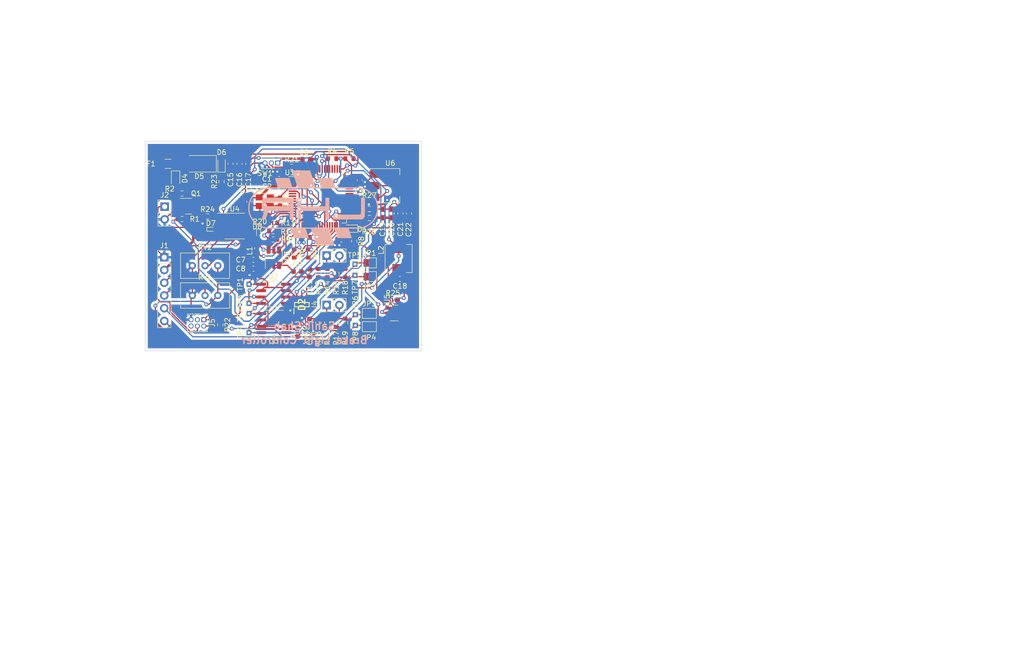
<source format=kicad_pcb>
(kicad_pcb (version 20211014) (generator pcbnew)
  (layers (0 "F.Cu" signal) (31 "B.Cu" signal) (34 "B.Paste" user) (35 "F.Paste" user) (36 "B.SilkS" user "B.Silkscreen") (37 "F.SilkS" user "F.Silkscreen") (38 "B.Mask" user) (39 "F.Mask" user) (44 "Edge.Cuts" user))
  (net 0 "")
  (net 1 "+3.3V")
  (net 2 "GND")
  (net 3 "+3.3VA")
  (net 4 "Net-(C11-Pad2)")
  (net 5 "Net-(C12-Pad2)")
  (net 6 "/Microcontroller/HSE_in")
  (net 7 "Net-(C14-Pad1)")
  (net 8 "/StandardizedVRMS/BUCK/V_in")
  (net 9 "/StandardizedVRMS/BUCK/SW")
  (net 10 "/StandardizedVRMS/BUCK/VBST")
  (net 11 "+5V")
  (net 12 "+3V3")
  (net 13 "Net-(D1-Pad1)")
  (net 14 "Net-(D2-Pad1)")
  (net 15 "Net-(D2-Pad3)")
  (net 16 "Net-(D2-Pad4)")
  (net 17 "Net-(D2-Pad6)")
  (net 18 "Net-(D3-Pad4)")
  (net 19 "Net-(D3-Pad5)")
  (net 20 "Net-(D3-Pad6)")
  (net 21 "/StandardizedVRMS/DIODE")
  (net 22 "Net-(D6-Pad1)")
  (net 23 "/Brake1")
  (net 24 "/Brake2")
  (net 25 "+24V")
  (net 26 "/CANL")
  (net 27 "/CANH")
  (net 28 "Net-(J2-Pad1)")
  (net 29 "Net-(J3-Pad2)")
  (net 30 "Net-(J4-Pad2)")
  (net 31 "Net-(J5-Pad2)")
  (net 33 "/Microcontroller/SWCLK")
  (net 35 "/Microcontroller/CAN2_H")
  (net 36 "/Microcontroller/CAN2_L")
  (net 37 "Net-(Q1-Pad1)")
  (net 38 "/Microcontroller/I2C1_SCL")
  (net 39 "/Microcontroller/I2C1_SDA")
  (net 40 "/Microcontroller/I2C2_SCL")
  (net 41 "/Microcontroller/I2C2_SDA")
  (net 42 "/Microcontroller/LED_B")
  (net 43 "/Microcontroller/LED_G")
  (net 44 "/Microcontroller/LED_R")
  (net 45 "/Microcontroller/HSE_out")
  (net 46 "Net-(R21-Pad1)")
  (net 47 "/Microcontroller/BOOT0")
  (net 48 "/Microcontroller/SWDIO")
  (net 49 "/Brake_Signal")
  (net 50 "/StandardizedVRMS/BUCK/EN")
  (net 51 "/StandardizedVRMS/BUCK/VFB")
  (net 52 "Net-(RV1-Pad2)")
  (net 53 "Net-(RV2-Pad2)")
  (net 54 "/Microcontroller/CAN1_TX")
  (net 55 "/Microcontroller/CAN2_TX")
  (net 56 "/Microcontroller/CAN1_RX")
  (net 57 "/Microcontroller/CAN2_RX")
  (net 58 "/Microcontroller/PC13")
  (net 59 "/Microcontroller/PC14")
  (net 60 "/Microcontroller/PC15")
  (net 62 "/Microcontroller/PC0")
  (net 63 "/Microcontroller/PC1")
  (net 64 "/Microcontroller/PC2")
  (net 65 "/Microcontroller/PC3")
  (net 66 "/Microcontroller/PA3")
  (net 67 "/Microcontroller/PA4")
  (net 68 "/Microcontroller/SPI1_SCK")
  (net 69 "/Microcontroller/SPI1_MISO")
  (net 70 "/Microcontroller/SPI1_MOSI")
  (net 71 "/Microcontroller/PC4")
  (net 72 "/Microcontroller/PC5")
  (net 73 "/Brake_Output")
  (net 74 "/Microcontroller/PB2")
  (net 75 "/Microcontroller/PB14")
  (net 76 "/Microcontroller/PB15")
  (net 77 "/Microcontroller/PC6")
  (net 78 "/Microcontroller/PC7")
  (net 79 "/Microcontroller/PC8")
  (net 80 "/Microcontroller/PC9")
  (net 81 "/Microcontroller/PA8")
  (net 82 "/Microcontroller/PA9")
  (net 83 "/Microcontroller/PA10")
  (net 84 "/Microcontroller/USB_D-")
  (net 85 "/Microcontroller/USB_D+")
  (net 86 "/Microcontroller/PA14")
  (net 87 "/Microcontroller/SPI3_SCK")
  (net 88 "/Microcontroller/SPI3_MISO")
  (net 89 "/Microcontroller/SPI3_MOSI")
  (net 90 "/Microcontroller/PD2")
  (net 91 "/Microcontroller/PB3")
  (net 92 "/Microcontroller/PB4")
  (net 93 "/Microcontroller/PB5")
  (footprint "Resistor_SMD:R_0603_1608Metric" (layer "F.Cu") (at 101.346 88.646 -90)
    (fp_text reference "R22")
    (fp_text value "22")
  )
  (footprint "Capacitor_SMD:C_0603_1608Metric_Pad1.08x0.95mm_HandSolder" (layer "F.Cu") (at 135.5088 66.4451 -90)
    (fp_text reference "C20")
    (fp_text value "22uF")
  )
  (footprint "Resistor_SMD:R_0603_1608Metric" (layer "F.Cu") (at 126.238 78.33155 90)
    (fp_text reference "R18")
    (fp_text value "120")
  )
  (footprint "Diode_SMD:D_SMA" (layer "F.Cu") (at 97.141 56.5415 180)
    (fp_text reference "D5")
    (fp_text value "0.7dV")
  )
  (footprint "Capacitor_SMD:C_0603_1608Metric" (layer "F.Cu") (at 113.0459 59.563 180)
    (fp_text reference "C1")
    (fp_text value "4u7")
  )
  (footprint "Diode_SMD:D_SOD-923" (layer "F.Cu") (at 99.444 69.596)
    (fp_text reference "D7")
    (fp_text value "D_TVS")
  )
  (footprint "Capacitor_SMD:C_0603_1608Metric_Pad1.08x0.95mm_HandSolder" (layer "F.Cu") (at 138.9886 66.4451 -90)
    (fp_text reference "C22")
    (fp_text value "22uF")
  )
  (footprint "Capacitor_SMD:C_0603_1608Metric" (layer "F.Cu") (at 116.713 90.21875 -90)
    (fp_text reference "C10")
    (fp_text value "0u1")
  )
  (footprint "Fuse:Fuse_1206_3216Metric_Pad1.42x1.75mm_HandSolder" (layer "F.Cu") (at 90.918 56.5415 180)
    (fp_text reference "F1")
    (fp_text value "2A")
  )
  (footprint "Capacitor_SMD:C_0603_1608Metric" (layer "F.Cu") (at 116.713 78.02675)
    (fp_text reference "C9")
    (fp_text value "0u1")
  )
  (footprint "Capacitor_SMD:C_0603_1608Metric" (layer "F.Cu") (at 118.491 55.626)
    (fp_text reference "C6")
    (fp_text value "100n")
  )
  (footprint "Capacitor_SMD:C_0603_1608Metric" (layer "F.Cu") (at 125.476 71.628 180)
    (fp_text reference "C4")
    (fp_text value "100n")
  )
  (footprint "Resistor_SMD:R_0603_1608Metric" (layer "F.Cu") (at 124.46 88.25075 90)
    (fp_text reference "R17")
    (fp_text value "120")
  )
  (footprint "Global Libraries:SOT95P280X100-6N" (layer "F.Cu") (at 117.602 84.63075 90)
    (fp_text reference "D2")
    (fp_text value "DT1446-04TS-7" hide)
  )
  (footprint "TestPoint:TestPoint_THTPad_1.0x1.0mm_Drill0.5mm" (layer "F.Cu") (at 128.27 86.61195)
    (fp_text reference "TP6")
    (fp_text value " ")
  )
  (footprint "Connector_PinHeader_1.27mm:PinHeader_1x03_P1.27mm_Vertical" (layer "F.Cu") (at 112.7919 56.388 -90)
    (fp_text reference "SW1")
    (fp_text value "SW_SPDT")
  )
  (footprint "Jumper:SolderJumper-2_P1.3mm_Bridged2Bar_Pad1.0x1.5mm" (layer "F.Cu") (at 131.064 86.35795)
    (fp_text reference "JP3")
    (fp_text value " ")
  )
  (footprint "Resistor_SMD:R_0603_1608Metric" (layer "F.Cu") (at 111.887 69.977 180)
    (fp_text reference "R10")
    (fp_text value "220")
  )
  (footprint "TestPoint:TestPoint_THTPad_1.0x1.0mm_Drill0.5mm" (layer "F.Cu") (at 128.1938 76.55355)
    (fp_text reference "TP5")
    (fp_text value " ")
  )
  (footprint "Resistor_SMD:R_0603_1608Metric_Pad0.98x0.95mm_HandSolder" (layer "F.Cu") (at 101.586 60.0975 90)
    (fp_text reference "R23")
    (fp_text value "470R")
  )
  (footprint "Resistor_SMD:R_0603_1608Metric" (layer "F.Cu") (at 110.07 66.763 180)
    (fp_text reference "R20")
    (fp_text value "47")
  )
  (footprint "Capacitor_SMD:C_0603_1608Metric_Pad1.08x0.95mm_HandSolder" (layer "F.Cu") (at 137.2614 66.4451 -90)
    (fp_text reference "C21")
    (fp_text value "1uF")
  )
  (footprint "Jumper:SolderJumper-2_P1.3mm_Bridged2Bar_Pad1.0x1.5mm" (layer "F.Cu") (at 131.064 76.29955)
    (fp_text reference "JP1")
    (fp_text value " ")
  )
  (footprint "Potentiometer_THT:Potentiometer_Bourns_3296W_Vertical" (layer "F.Cu") (at 100.838 76.86)
    (fp_text reference "RV2")
    (fp_text value "R_Potentiometer_Trim")
  )
  (footprint "Resistor_SMD:R_0603_1608Metric" (layer "F.Cu") (at 122.682 88.26295 -90)
    (fp_text reference "R15")
    (fp_text value "120")
  )
  (footprint "Package_SO:SOIC-8_3.9x4.9mm_P1.27mm" (layer "F.Cu") (at 104.205 68.961)
    (fp_text reference "U4")
    (fp_text value "LM393")
  )
  (footprint "Potentiometer_THT:Potentiometer_Bourns_3296W_Vertical" (layer "F.Cu") (at 100.838 82.804)
    (fp_text reference "RV1")
    (fp_text value "R_Potentiometer_Trim")
  )
  (footprint "TestPoint:TestPoint_THTPad_1.0x1.0mm_Drill0.5mm" (layer "F.Cu") (at 107.061 84.37675)
    (fp_text reference "TP3")
    (fp_text value " ")
  )
  (footprint "Resistor_SMD:R_0603_1608Metric" (layer "F.Cu") (at 111.887 71.628 180)
    (fp_text reference "R9")
    (fp_text value "220")
  )
  (footprint "Diode_SMD:D_SOD-323" (layer "F.Cu") (at 92.4166 59.4625 -90)
    (fp_text reference "D4")
    (fp_text value "32V")
  )
  (footprint "Capacitor_SMD:C_0603_1608Metric" (layer "F.Cu") (at 113.245 64.096 -90)
    (fp_text reference "C13")
    (fp_text value "10p")
  )
  (footprint "LED_SMD:LED_ROHM_SMLVN6" (layer "F.Cu") (at 112.014 75.2667 90)
    (fp_text reference "D3")
    (fp_text value "SMLVN6RGB")
  )
  (footprint "TestPoint:TestPoint_THTPad_1.0x1.0mm_Drill0.5mm" (layer "F.Cu") (at 128.1938 78.78875)
    (fp_text reference "TP7")
    (fp_text value " ")
  )
  (footprint "Capacitor_SMD:C_0603_1608Metric_Pad1.08x0.95mm_HandSolder" (layer "F.Cu") (at 106.934 56.5415 -90)
    (fp_text reference "C17")
    (fp_text value "100nF")
  )
  (footprint "Capacitor_SMD:C_0603_1608Metric" (layer "F.Cu") (at 119.1514 78.33155 90)
    (fp_text reference "C11")
    (fp_text value "4.7n")
  )
  (footprint "Capacitor_SMD:C_0603_1608Metric" (layer "F.Cu") (at 107.937 75.692 180)
    (fp_text reference "C7")
    (fp_text value "1u")
  )
  (footprint "Resistor_SMD:R_0603_1608Metric" (layer "F.Cu") (at 120.904 78.33155 -90)
    (fp_text reference "R12")
    (fp_text value "120")
  )
  (footprint "Capacitor_SMD:C_0603_1608Metric" (layer "F.Cu") (at 107.937 77.47 180)
    (fp_text reference "C8")
    (fp_text value "10n")
  )
  (footprint "Connector_PinHeader_2.54mm:PinHeader_1x02_P2.54mm_Vertical" (layer "F.Cu") (at 90.24 65.092462)
    (fp_text reference "J2")
    (fp_text value "Conn_01x02")
  )
  (footprint "TestPoint:TestPoint_THTPad_1.0x1.0mm_Drill0.5mm" (layer "F.Cu") (at 107.061 80.56675)
    (fp_text reference "TP1")
    (fp_text value " ")
  )
  (footprint "Jumper:SolderJumper-2_P1.3mm_Bridged2Bar_Pad1.0x1.5mm" (layer "F.Cu") (at 131.064 89.02495)
    (fp_text reference "JP4")
    (fp_text value " ")
  )
  (footprint "TestPoint:TestPoint_THTPad_1.0x1.0mm_Drill0.5mm" (layer "F.Cu") (at 128.27 88.77095)
    (fp_text reference "TP8")
    (fp_text value " ")
  )
  (footprint "Resistor_SMD:R_0603_1608Metric_Pad0.98x0.95mm_HandSolder" (layer "F.Cu") (at 131.0638 67.3595)
    (fp_text reference "R26")
    (fp_text value "10K")
  )
  (footprint "Package_SO:SOIC-8_3.9x4.9mm_P1.27mm" (layer "F.Cu") (at 111.949 82.47175)
    (fp_text reference "U2")
    (fp_text value "SN65HVD230")
  )
  (footprint "Resistor_SMD:R_0603_1608Metric" (layer "F.Cu") (at 128.0414 71.9647 -90)
    (fp_text reference "R8")
    (fp_text value "100")
  )
  (footprint "Resistor_SMD:R_0603_1608Metric" (layer "F.Cu") (at 93.7 67.548462)
    (fp_text reference "R1")
    (fp_text value "2k")
  )
  (footprint "Resistor_SMD:R_0603_1608Metric" (layer "F.Cu") (at 116.078 74.422 -90)
    (fp_text reference "R6")
    (fp_text value "2k2")
  )
  (footprint "Capacitor_SMD:C_0603_1608Metric_Pad1.08x0.95mm_HandSolder" (layer "F.Cu") (at 105.156 56.5415 -90)
    (fp_text reference "C16")
    (fp_text value "10uF")
  )
  (footprint "TestPoint:TestPoint_THTPad_1.0x1.0mm_Drill0.5mm" (layer "F.Cu") (at 107.061 86.40875)
    (fp_text reference "TP2")
    (fp_text value " ")
  )
  (footprint "Package_QFP:LQFP-64_10x10mm_P0.5mm" (layer "F.Cu") (at 121.412 63.246)
    (fp_text reference "U1")
    (fp_text value "STM32F105RCTx")
  )
  (footprint "Jumper:SolderJumper-2_P1.3mm_Bridged2Bar_Pad1.0x1.5mm" (layer "F.Cu") (at 131.064 79.04275)
    (fp_text reference "JP2")
    (fp_text value " ")
  )
  (footprint "Connector_PinHeader_2.54mm:PinHeader_1x02_P2.54mm_Vertical" (layer "F.Cu") (at 122.55 74.85175 90)
    (fp_text reference "J3")
    (fp_text value "Conn_01x02")
  )
  (footprint "Capacitor_SMD:C_0603_1608Metric_Pad1.08x0.95mm_HandSolder" (layer "F.Cu") (at 103.378 56.5415 -90)
    (fp_text reference "C15")
    (fp_text value "10uF")
  )
  (footprint "Resistor_SMD:R_0603_1608Metric" (layer "F.Cu") (at 124.46 78.33155 90)
    (fp_text reference "R16")
    (fp_text value "120")
  )
  (footprint "Capacitor_SMD:C_0603_1608Metric_Pad1.08x0.95mm_HandSolder" (layer "F.Cu") (at 137.16 79.502 180)
    (fp_text reference "C18")
    (fp_text value "100nF")
  )
  (footprint "Resistor_SMD:R_0603_1608Metric" (layer "F.Cu") (at 126.238 88.25075 90)
    (fp_text reference "R19")
    (fp_text value "120")
  )
  (footprint "Package_TO_SOT_SMD:SOT-23" (layer "F.Cu") (at 95.01 64.992462)
    (fp_text reference "Q1")
    (fp_text value "AO3400A")
  )
  (footprint "LED_SMD:LED_0603_1608Metric" (layer "F.Cu") (at 127.254 69.469 180)
    (fp_text reference "D1")
    (fp_text value "RED")
  )
  (footprint "Capacitor_SMD:C_0603_1608Metric" (layer "F.Cu") (at 118.364 71.2027 180)
    (fp_text reference "C3")
    (fp_text value "100n")
  )
  (footprint "Package_SO:SOIC-8_3.9x4.9mm_P1.27mm" (layer "F.Cu") (at 112.014 88.31375)
    (fp_text reference "U3")
    (fp_text value "SN65HVD230")
  )
  (footprint "Resistor_SMD:R_0603_1608Metric" (layer "F.Cu") (at 93.7 62.468462 180)
    (fp_text reference "R2")
    (fp_text value "1k5")
  )
  (footprint "Package_TO_SOT_SMD:SOT-223-3_TabPin2" (layer "F.Cu") (at 135.2294 60.9079)
    (fp_text reference "U6")
    (fp_text value "AMS1117-3.3")
  )
  (footprint "Capacitor_SMD:C_0603_1608Metric" (layer "F.Cu") (at 119.126 88.26295 90)
    (fp_text reference "C12")
    (fp_text value "4.7n")
  )
  (footprint "Diode_SMD:D_SOD-923" (layer "F.Cu") (at 108.966 70.358 -90)
    (fp_text reference "D8")
    (fp_text value "D_TVS")
  )
  (footprint "Capacitor_SMD:C_0603_1608Metric" (layer "F.Cu") (at 113.0459 61.087 180)
    (fp_text reference "C2")
    (fp_text value "100n")
  )
  (footprint "LED_SMD:LED_0603_1608Metric_Pad1.05x0.95mm_HandSolder" (layer "F.Cu") (at 101.586 56.5415 90)
    (fp_text reference "D6")
    (fp_text value "LED")
  )
  (footprint "Inductor_SMD:L_Sunlord_MWSA0518_5.4x5.2mm" (layer "F.Cu") (at 136.906 75.438 90)
    (fp_text reference "L2")
    (fp_text value "4u7")
  )
  (footprint "Connector_PinHeader_2.54mm:PinHeader_1x06_P2.54mm_Vertical" (layer "F.Cu") (at 90.17 75.184)
    (fp_text reference "J1")
    (fp_text value "Conn_01x06")
  )
  (footprint "Crystal:Crystal_SMD_3225-4Pin_3.2x2.5mm" (layer "F.Cu") (at 110.197 64.096 180)
    (fp_text reference "Y1")
    (fp_text value "16MHz")
  )
  (footprint "Resistor_SMD:R_0603_1608Metric" (layer "F.Cu") (at 120.904 88.26295 -90)
    (fp_text reference "R13")
    (fp_text value "120")
  )
  (footprint "Resistor_SMD:R_0603_1608Metric_Pad0.98x0.95mm_HandSolder" (layer "F.Cu") (at 131.0638 65.5561)
    (fp_text reference "R27")
    (fp_text value "54.9K")
  )
  (footprint "Capacitor_SMD:C_0603_1608Metric_Pad1.08x0.95mm_HandSolder" (layer "F.Cu") (at 133.7043 66.4451 -90)
    (fp_text reference "C19")
    (fp_text value "22uF")
  )
  (footprint "Resistor_SMD:R_0603_1608Metric" (layer "F.Cu") (at 115.5859 57.15)
    (fp_text reference "R21")
    (fp_text value "10K")
  )
  (footprint "Capacitor_SMD:C_0603_1608Metric" (layer "F.Cu") (at 129.159 59.817 -90)
    (fp_text reference "C5")
    (fp_text value "100n")
  )
  (footprint "Package_TO_SOT_SMD:SOT-23-6" (layer "F.Cu") (at 136.0115 86.294)
    (fp_text reference "U5")
    (fp_text value "LMR51420")
  )
  (footprint "Connector_PinHeader_2.54mm:PinHeader_1x02_P2.54mm_Vertical" (layer "F.Cu") (at 122.55 84.70695 90)
    (fp_text reference "J4")
    (fp_text value "Conn_01x02")
  )
  (footprint "Resistor_SMD:R_0603_1608Metric_Pad0.98x0.95mm_HandSolder" (layer "F.Cu") (at 135.7575 83.754)
    (fp_text reference "R25")
    (fp_text value "10K")
  )
  (footprint "Resistor_SMD:R_0603_1608Metric" (layer "F.Cu") (at 118.872 74.422 -90)
    (fp_text reference "R7")
    (fp_text value "2k2")
  )
  (footprint "TestPoint:TestPoint_THTPad_1.0x1.0mm_Drill0.5mm" (layer "F.Cu") (at 107.061 90.21875)
    (fp_text reference "TP4")
    (fp_text value " ")
  )
  (footprint "Connector_PinHeader_1.27mm:PinHeader_2x03_P1.27mm_Vertical" (layer "F.Cu") (at 98.044 87.63 -90)
    (fp_text reference "J5")
    (fp_text value "SWD")
  )
  (footprint "Resistor_SMD:R_0603_1608Metric" (layer "F.Cu") (at 122.682 78.33155 -90)
    (fp_text reference "R14")
    (fp_text value "120")
  )
  (footprint "Capacitor_SMD:C_0603_1608Metric" (layer "F.Cu") (at 107.149 64.096 90)
    (fp_text reference "C14")
    (fp_text value "10p")
  )
  (footprint "Inductor_SMD:L_0603_1608Metric" (layer "F.Cu") (at 108.699 73.406 -90)
    (fp_text reference "L1")
    (fp_text value "68n")
  )
  (footprint "Resistor_SMD:R_0603_1608Metric" (layer "F.Cu") (at 127.0889 55.5087)
    (fp_text reference "R5")
    (fp_text value "2k2")
  )
  (footprint "Resistor_SMD:R_0603_1608Metric" (layer "F.Cu") (at 111.887 68.326 180)
    (fp_text reference "R11")
    (fp_text value "220")
  )
  (footprint "Resistor_SMD:R_0603_1608Metric" (layer "F.Cu") (at 123.6599 55.5087 180)
    (fp_text reference "R4")
    (fp_text value "2k2")
  )
  (footprint "Resistor_SMD:R_0603_1608Metric" (layer "F.Cu") (at 98.809 67.056)
    (fp_text reference "R24")
    (fp_text value "10k")
  )
  (footprint "LOGO" (layer "B.Cu") (at 119.888 65.278 180)
    (fp_text reference " ")
    (fp_text value "LOGO" hide)
  )
  (gr_rect (start 86.36 52.07) (end 141.478 93.853) (layer "Edge.Cuts") (width 0.1) (fill none))
  (gr_text "Brake Light Controller" (at 118.11 91.694) (layer "B.SilkS") (effects (font (size 1.5 1.5) (thickness 0.3)) (justify mirror)))
  (gr_text "Sahil Shah" (at 118.11 88.9) (layer "B.SilkS") (effects (font (size 1.5 1.5) (thickness 0.3)) (justify mirror)))
  (segment (start 117.421315 67.821) (end 118.452685 67.821) (width 0.25) (layer "F.Cu") (net 1))
  (segment (start 110.839 84.094999) (end 110.839 88.59975) (width 0.25) (layer "F.Cu") (net 1))
  (segment (start 118.872 73.597) (end 118.808 73.597) (width 0.25) (layer "F.Cu") (net 1))
  (segment (start 125.162 70.539) (end 126.251 71.628) (width 0.25) (layer "F.Cu") (net 1))
  (segment (start 116.463298 73.211702) (end 116.078 73.597) (width 0.25) (layer "F.Cu") (net 1))
  (segment (start 126.2639 55.5087) (end 127.508 56.7528) (width 0.25) (layer "F.Cu") (net 1))
  (segment (start 110.49 88.94875) (end 109.539 88.94875) (width 0.25) (layer "F.Cu") (net 1))
  (segment (start 125.162 68.921) (end 125.9185 68.921) (width 0.25) (layer "F.Cu") (net 1))
  (segment (start 119.9255 71.9892) (end 119.139 71.2027) (width 0.25) (layer "F.Cu") (net 1))
  (segment (start 105.283 86.233) (end 104.648 86.868) (width 0.25) (layer "F.Cu") (net 1))
  (segment (start 128.705 59.496) (end 129.159 59.042) (width 0.25) (layer "F.Cu") (net 1))
  (segment (start 108.2295 72.6185) (end 108.699 72.6185) (width 0.25) (layer "F.Cu") (net 1))
  (segment (start 125.162 68.921) (end 125.162 70.539) (width 0.25) (layer "F.Cu") (net 1))
  (segment (start 127.087 59.496) (end 128.705 59.496) (width 0.25) (layer "F.Cu") (net 1))
  (segment (start 119.139 71.2027) (end 118.662 70.7257) (width 0.25) (layer "F.Cu") (net 1))
  (segment (start 116.713 89.44375) (end 116.583 89.57375) (width 0.25) (layer "F.Cu") (net 1))
  (segment (start 118.186315 67.056) (end 117.421315 67.821) (width 0.25) (layer "F.Cu") (net 1))
  (segment (start 113.5539 55.626) (end 117.716 55.626) (width 0.25) (layer "F.Cu") (net 1))
  (segment (start 117.043305 59.496) (end 115.737 59.496) (width 0.25) (layer "F.Cu") (net 1))
  (segment (start 124.4849 55.5087) (end 125.3393 55.5087) (width 0.25) (layer "F.Cu") (net 1))
  (segment (start 109.474 83.10675) (end 108.087577 83.10675) (width 0.25) (layer "F.Cu") (net 1))
  (segment (start 113.8209 61.087) (end 113.8209 59.563) (width 0.25) (layer "F.Cu") (net 1))
  (segment (start 114.1419 59.242) (end 113.8209 59.563) (width 0.25) (layer "F.Cu") (net 1))
  (segment (start 117.662 62.8435) (end 117.9375 63.119) (width 0.25) (layer "F.Cu") (net 1))
  (segment (start 118.662 68.030315) (end 118.662 68.921) (width 0.25) (layer "F.Cu") (net 1))
  (segment (start 125.9185 68.921) (end 126.4665 69.469) (width 0.25) (layer "F.Cu") (net 1))
  (segment (start 117.662 58.877305) (end 117.043305 59.496) (width 0.25) (layer "F.Cu") (net 1))
  (segment (start 119.634 63.881) (end 119.634 65.659) (width 0.25) (layer "F.Cu") (net 1))
  (segment (start 115.316 70.104) (end 115.316 69.926315) (width 0.25) (layer "F.Cu") (net 1))
  (segment (start 117.662 55.68) (end 117.716 55.626) (width 0.25) (layer "F.Cu") (net 1))
  (segment (start 104.648 86.868) (end 100.076 86.868) (width 0.25) (layer "F.Cu") (net 1))
  (segment (start 109.474 83.10675) (end 109.850751 83.10675) (width 0.25) (layer "F.Cu") (net 1))
  (segment (start 123.063 66.802) (end 123.063 66.04) (width 0.25) (layer "F.Cu") (net 1))
  (segment (start 117.662 58.877305) (end 117.662 62.8435) (width 0.25) (layer "F.Cu") (net 1))
  (segment (start 121.031 67.056) (end 118.186315 67.056) (width 0.25) (layer "F.Cu") (net 1))
  (segment (start 113.8879 59.496) (end 115.737 59.496) (width 0.25) (layer "F.Cu") (net 1))
  (segment (start 112.7919 56.388) (end 113.5539 55.626) (width 0.25) (layer "F.Cu") (net 1))
  (segment (start 124.333 59.944) (end 123.063 61.214) (width 0.25) (layer "F.Cu") (net 1))
  (segment (start 114.70295 76.7917) (end 115.938 78.02675) (width 0.25) (layer "F.Cu") (net 1))
  (segment (start 113.8209 59.563) (end 113.8879 59.496) (width 0.25) (layer "F.Cu") (net 1))
  (segment (start 98.044 87.63) (end 99.314 87.63) (width 0.25) (layer "F.Cu") (net 1))
  (segment (start 106.387 74.461) (end 108.2295 72.6185) (width 0.25) (layer "F.Cu") (net 1))
  (segment (start 118.662 70.7257) (end 118.662 68.921) (width 0.25) (layer "F.Cu") (net 1))
  (segment (start 113.064 76.7917) (end 113.315838 76.7917) (width 0.25) (layer "F.Cu") (net 1))
  (segment (start 124.933026 67.776026) (end 124.037026 67.776026) (width 0.25) (layer "F.Cu") (net 1))
  (segment (start 125.162 68.921) (end 125.162 68.005) (width 0.25) (layer "F.Cu") (net 1))
  (segment (start 127.508 59.075) (end 127.087 59.496) (width 0.25) (layer "F.Cu") (net 1))
  (segment (start 118.452685 67.821) (end 118.662 68.030315) (width 0.25) (layer "F.Cu") (net 1))
  (segment (start 113.04 89.57375) (end 112.415 88.94875) (width 0.25) (layer "F.Cu") (net 1))
  (segment (start 119.444 73.597) (end 119.470701 73.623701) (width 0.25) (layer "F.Cu") (net 1))
  (segment (start 105.283 84.709) (end 105.283 86.233) (width 0.25) (layer "F.Cu") (net 1))
  (segment (start 126.2542 55.499) (end 126.2639 55.5087) (width 0.25) (layer "F.Cu") (net 1))
  (segment (start 113.315838 76.7917) (end 116.078 74.029538) (width 0.25) (layer "F.Cu") (net 1))
  (segment (start 108.699 72.6185) (end 108.923 72.6185) (width 0.25) (layer "F.Cu") (net 1))
  (segment (start 117.662 57.571) (end 117.662 55.68) (width 0.25) (layer "F.Cu") (net 1))
  (segment (start 110.839 88.59975) (end 110.49 88.94875) (width 0.25) (layer "F.Cu") (net 1))
  (segment (start 118.808 73.597) (end 117.729 74.676) (width 0.25) (layer "F.Cu") (net 1))
  (segment (start 126.559 71.32) (end 126.251 71.628) (width 0.25) (layer "F.Cu") (net 1))
  (segment (start 125.3393 55.5087) (end 125.349 55.499) (width 0.25) (layer "F.Cu") (net 1))
  (segment (start 118.872 73.597) (end 119.444 73.597) (width 0.25) (layer "F.Cu") (net 1))
  (segment (start 119.634 65.659) (end 121.031 67.056) (width 0.25) (layer "F.Cu") (net 1))
  (segment (start 119.9255 72.136) (end 119.9255 71.9892) (width 0.25) (layer "F.Cu") (net 1))
  (segment (start 112.415 88.94875) (end 109.539 88.94875) (width 0.25) (layer "F.Cu") (net 1))
  (segment (start 124.037026 67.776026) (end 123.063 66.802) (width 0.25) (layer "F.Cu") (net 1))
  (segment (start 125.349 55.499) (end 126.2542 55.499) (width 0.25) (layer "F.Cu") (net 1))
  (segment (start 127.508 56.7528) (end 127.508 59.075) (width 0.25) (layer "F.Cu") (net 1))
  (segment (start 106.387 79.287) (end 106.387 74.461) (width 0.25) (layer "F.Cu") (net 1))
  (segment (start 108.923 72.6185) (end 109.9645 73.66) (width 0.25) (layer "F.Cu") (net 1))
  (segment (start 113.064 76.7917) (end 110.964 76.7917) (width 0.25) (layer "F.Cu") (net 1))
  (segment (start 115.316 69.926315) (end 117.421315 67.821) (width 0.25) (layer "F.Cu") (net 1))
  (segment (start 123.063 61.214) (end 123.063 66.04) (width 0.25) (layer "F.Cu") (net 1))
  (segment (start 108.087577 83.10675) (end 108.045067 83.06424) (width 0.25) (layer "F.Cu") (net 1))
  (segment (start 116.583 89.57375) (end 113.04 89.57375) (width 0.25) (layer "F.Cu") (net 1))
  (segment (start 117.0995 73.211702) (end 116.463298 73.211702) (width 0.25) (layer "F.Cu") (net 1))
  (segment (start 98.044 87.63) (end 106.387 79.287) (width 0.25) (layer "F.Cu") (net 1))
  (segment (start 113.064 76.7917) (end 114.70295 76.7917) (width 0.25) (layer "F.Cu") (net 1))
  (segment (start 126.4831 71.3959) (end 126.251 71.628) (width 0.25) (layer "F.Cu") (net 1))
  (segment (start 99.314 87.63) (end 100.076 86.868) (width 0.25) (layer "F.Cu") (net 1))
  (segment (start 109.850751 83.10675) (end 110.839 84.094999) (width 0.25) (layer "F.Cu") (net 1))
  (segment (start 116.078 74.029538) (end 116.078 73.597) (width 0.25) (layer "F.Cu") (net 1))
  (segment (start 125.162 68.005) (end 124.933026 67.776026) (width 0.25) (layer "F.Cu") (net 1))
  (segment (start 117.662 57.571) (end 117.662 58.877305) (width 0.25) (layer "F.Cu") (net 1))
  (via (at 123.063 66.04) (size 0.8) (drill 0.4) (layers "F.Cu" "B.Cu") (net 1))
  (via (at 119.470701 73.623701) (size 0.8) (drill 0.4) (layers "F.Cu" "B.Cu") (net 1))
  (via (at 108.045067 83.06424) (size 0.8) (drill 0.4) (layers "F.Cu" "B.Cu") (net 1))
  (via (at 125.349 55.499) (size 0.8) (drill 0.4) (layers "F.Cu" "B.Cu") (net 1))
  (via (at 119.9255 72.136) (size 0.8) (drill 0.4) (layers "F.Cu" "B.Cu") (net 1))
  (via (at 121.031 67.056) (size 0.8) (drill 0.4) (layers "F.Cu" "B.Cu") (net 1))
  (via (at 124.333 59.944) (size 0.8) (drill 0.4) (layers "F.Cu" "B.Cu") (net 1))
  (via (at 117.9375 63.119) (size 0.8) (drill 0.4) (layers "F.Cu" "B.Cu") (net 1))
  (via (at 105.283 84.709) (size 0.8) (drill 0.4) (layers "F.Cu" "B.Cu") (net 1))
  (via (at 117.0995 73.211702) (size 0.8) (drill 0.4) (layers "F.Cu" "B.Cu") (net 1))
  (via (at 109.9645 73.66) (size 0.8) (drill 0.4) (layers "F.Cu" "B.Cu") (net 1))
  (via (at 115.316 70.104) (size 0.8) (drill 0.4) (layers "F.Cu" "B.Cu") (net 1))
  (via (at 117.729 74.676) (size 0.8) (drill 0.4) (layers "F.Cu" "B.Cu") (net 1))
  (via (at 119.634 63.881) (size 0.8) (drill 0.4) (layers "F.Cu" "B.Cu") (net 1))
  (segment (start 118.872 63.119) (end 119.634 63.881) (width 0.25) (layer "B.Cu") (net 1))
  (segment (start 106.72351 83.06424) (end 106.29276 83.06424) (width 0.25) (layer "B.Cu") (net 1))
  (segment (start 119.470701 73.623701) (end 119.470701 72.590799) (width 0.25) (layer "B.Cu") (net 1))
  (segment (start 122.047 66.04) (end 121.031 67.056) (width 0.25) (layer "B.Cu") (net 1))
  (segment (start 117.729 74.676) (end 117.729 73.841202) (width 0.25) (layer "B.Cu") (net 1))
  (segment (start 117.729 73.841202) (end 117.0995 73.211702) (width 0.25) (layer "B.Cu") (net 1))
  (segment (start 125.349 55.499) (end 125.349 58.928) (width 0.25) (layer "B.Cu") (net 1))
  (segment (start 108.045067 83.06424) (end 106.72351 83.06424) (width 0.25) (layer "B.Cu") (net 1))
  (segment (start 125.349 58.928) (end 124.333 59.944) (width 0.25) (layer "B.Cu") (net 1))
  (segment (start 123.063 66.04) (end 122.047 66.04) (width 0.25) (layer "B.Cu") (net 1))
  (segment (start 109.9645 73.66) (end 111.76 73.66) (width 0.25) (layer "B.Cu") (net 1))
  (segment (start 119.470701 72.590799) (end 119.9255 72.136) (width 0.25) (layer "B.Cu") (net 1))
  (segment (start 105.283 84.074) (end 105.283 84.709) (width 0.25) (layer "B.Cu") (net 1))
  (segment (start 111.76 73.66) (end 115.316 70.104) (width 0.25) (layer "B.Cu") (net 1))
  (segment (start 106.29276 83.06424) (end 105.283 84.074) (width 0.25) (layer "B.Cu") (net 1))
  (segment (start 117.9375 63.119) (end 118.872 63.119) (width 0.25) (layer "B.Cu") (net 1))
  (segment (start 110.774 80.913501) (end 110.774 80.219999) (width 0.25) (layer "F.Cu") (net 2))
  (segment (start 133.7043 67.3076) (end 132.0282 67.3076) (width 0.5) (layer "F.Cu") (net 2))
  (segment (start 113.245 64.871) (end 111.372 64.871) (width 0.25) (layer "F.Cu") (net 2))
  (segment (start 111.297 64.946) (end 111.047 64.946) (width 0.25) (layer "F.Cu") (net 2))
  (segment (start 120.593 55.613) (end 120.142 56.064) (width 0.5) (layer "F.Cu") (net 2))
  (segment (start 113.37 64.996) (end 113.245 64.871) (width 0.25) (layer "F.Cu") (net 2))
  (segment (start 134.874 85.344) (end 132.539 83.009) (width 0.25) (layer "F.Cu") (net 2))
  (segment (start 129.68 60.592) (end 130.175 61.087) (width 0.5) (layer "F.Cu") (net 2))
  (segment (start 92.875 62.468462) (end 90.514 62.468462) (width 0.25) (layer "F.Cu") (net 2))
  (segment (start 117.6015 88.05925) (end 117.6015 87.29775) (width 0.25) (layer "F.Cu") (net 2))
  (segment (start 112.3539 58.096) (end 111.8329 58.096) (width 0.5) (layer "F.Cu") (net 2))
  (segment (start 117.488 78.02675) (end 118.0716 78.02675) (width 0.25) (layer "F.Cu") (net 2))
  (segment (start 92.43 65.442462) (end 92.43 62.913462) (width 0.25) (layer "F.Cu") (net 2))
  (segment (start 117.5955 71.7172) (end 117.1005 72.2122) (width 0.5) (layer "F.Cu") (net 2))
  (segment (start 112.2709 59.563) (end 112.2709 61.087) (width 0.5) (layer "F.Cu") (net 2))
  (segment (start 124.662 71.589) (end 124.701 71.628) (width 0.25) (layer "F.Cu") (net 2))
  (segment (start 109.97 66.273) (end 109.97 68.934) (width 0.25) (layer "F.Cu") (net 2))
  (segment (start 118.5802 89.03795) (end 117.6015 88.05925) (width 0.25) (layer "F.Cu") (net 2))
  (segment (start 92.4166 62.010062) (end 92.875 62.468462) (width 0.25) (layer "F.Cu") (net 2))
  (segment (start 109.97 68.934) (end 108.966 69.938) (width 0.25) (layer "F.Cu") (net 2))
  (segment (start 135.5088 67.3076) (end 133.7043 67.3076) (width 0.5) (layer "F.Cu") (net 2))
  (segment (start 118.0716 78.02675) (end 119.1514 79.10655) (width 0.25) (layer "F.Cu") (net 2))
  (segment (start 120.593 55.175) (end 120.142 55.626) (width 0.5) (layer "F.Cu") (net 2))
  (segment (start 92.43 62.913462) (end 92.875 62.468462) (width 0.25) (layer "F.Cu") (net 2))
  (segment (start 100.294 70.866) (end 101.668 70.866) (width 0.25) (layer "F.Cu") (net 2))
  (segment (start 108.239 88.601999) (end 108.239 89.295501) (width 0.25) (layer "F.Cu") (net 2))
  (segment (start 111.372 64.871) (end 111.297 64.946) (width 0.25) (layer "F.Cu") (net 2))
  (segment (start 110.099 81.21175) (end 113.779 81.21175) (width 0.25) (layer "F.Cu") (net 2))
  (segment (start 117.602 87.29725) (end 117.6015 87.29775) (width 0.25) (layer "F.Cu") (net 2))
  (segment (start 112.2269 58.591) (end 112.7219 58.096) (width 0.5) (layer "F.Cu") (net 2))
  (segment (start 119.266 55.626) (end 119.704 55.626) (width 0.25) (layer "F.Cu") (net 2))
  (segment (start 117.731946 89.96628) (end 117.731946 89.974804) (width 0.25) (layer "F.Cu") (net 2))
  (segment (start 119.126 89.154) (end 119.888 89.916) (width 0.25) (layer "F.Cu") (net 2))
  (segment (start 129.9397 72.7897) (end 128.0414 72.7897) (width 0.25) (layer "F.Cu") (net 2))
  (segment (start 119.1514 79.10655) (end 115.8842 79.10655) (width 0.25) (layer "F.Cu") (net 2))
  (segment (start 109.474 81.83675) (end 110.099 81.21175) (width 0.25) (layer "F.Cu") (net 2))
  (segment (start 127.087 59.996) (end 128.563 59.996) (width 0.25) (layer "F.Cu") (net 2))
  (segment (start 110.018501 79.4645) (end 108.7798 79.4645) (width 0.25) (layer "F.Cu") (net 2))
  (segment (start 118.162 70.6297) (end 118.162 68.921) (width 0.25) (layer "F.Cu") (net 2))
  (segment (start 111.047 64.946) (end 109.347 63.246) (width 0.25) (layer "F.Cu") (net 2))
  (segment (start 115.737 64.996) (end 113.37 64.996) (width 0.25) (layer "F.Cu") (net 2))
  (segment (start 107.162 78.714) (end 107.188 78.74) (width 0.25) (layer "F.Cu") (net 2))
  (segment (start 125.8627 72.7897) (end 124.701 71.628) (width 0.25) (layer "F.Cu") (net 2))
  (segment (start 90.514 62.468462) (end 88.392 64.590462) (width 0.25) (layer "F.Cu") (net 2))
  (segment (start 101.586 61.01) (end 103.378 59.218) (width 0.25) (layer "F.Cu") (net 2))
  (segment (start 88.392 73.406) (end 90.17 75.184) (width 0.25) (layer "F.Cu") (net 2))
  (segment (start 114.489 86.40875) (end 114.7015 86.40875) (width 0.25) (layer "F.Cu") (net 2))
  (segment (start 108.517249 89.57375) (end 112.197249 89.57375) (width 0.25) (layer "F.Cu") (net 2))
  (segment (start 97.79 68.453) (end 98.667 68.453) (width 0.25) (layer "F.Cu") (net 2))
  (segment (start 106.934 57.404) (end 107.95 56.388) (width 0.25) (layer "F.Cu") (net 2))
  (segment (start 106.934 57.404) (end 105.156 57.404) (width 0.25) (layer "F.Cu") (net 2))
  (segment (start 98.667 68.453) (end 99.024 68.096) (width 0.25) (layer "F.Cu") (net 2))
  (segment (start 138.9886 67.3076) (end 137.2614 67.3076) (width 0.5) (layer "F.Cu") (net 2))
  (segment (start 131.9763 67.3595) (end 131.9763 68.5768) (width 0.5) (layer "F.Cu") (net 2))
  (segment (start 95.504 83.058) (end 95.758 82.804) (width 0.25) (layer "F.Cu") (net 2))
  (segment (start 139.0383 67.3076) (end 139.0394 67.3087) (width 0.25) (layer "F.Cu") (net 2))
  (segment (start 119.126 89.03795) (end 118.5802 89.03795) (width 0.25) (layer "F.Cu") (net 2))
  (segment (start 112.2269 58.591) (end 112.2269 59.519) (width 0.5) (layer "F.Cu") (net 2))
  (segment (start 115.8842 79.10655) (end 114.424 80.56675) (width 0.25) (layer "F.Cu") (net 2))
  (segment (start 138.9886 67.3076) (end 139.0383 67.3076) (width 0.25) (layer "F.Cu") (net 2))
  (segment (start 119.126 89.03795) (end 119.126 89.154) (width 0.25) (layer "F.Cu") (net 2))
  (segment (start 107.149 63.321) (end 109.022 63.321) (width 0.25) (layer "F.Cu") (net 2))
  (segment (start 111.297 64.946) (end 109.97 66.273) (width 0.25) (layer "F.Cu") (net 2))
  (segment (start 129.781 60.592) (end 130.175 60.198) (width 0.5) (layer "F.Cu") (net 2))
  (segment (start 114.7015 86.40875) (end 115.316 85.79425) (width 0.25) (layer "F.Cu") (net 2))
  (segment (start 134.62 63.754) (end 134.493 63.881) (width 0.35) (layer "F.Cu") (net 2))
  (segment (start 132.539 75.389) (end 129.9397 72.7897) (width 0.25) (layer "F.Cu") (net 2))
  (segment (start 118.162 57.571) (end 118.162 56.73) (width 0.25) (layer "F.Cu") (net 2))
  (segment (start 112.7219 58.096) (end 112.3539 58.096) (width 0.5) (layer "F.Cu") (net 2))
  (segment (start 88.392 64.590462) (end 88.392 73.406) (width 0.25) (layer "F.Cu") (net 2))
  (segment (start 112.2269 58.49) (end 111.8329 58.096) (width 0.5) (layer "F.Cu") (net 2))
  (segment (start 117.731946 89.974804) (end 116.713 90.99375) (width 0.25) (layer "F.Cu") (net 2))
  (segment (start 111.256 61.087) (end 109.097 63.246) (width 0.5) (layer "F.Cu") (net 2))
  (segment (start 120.593 55.175) (end 120.593 55.613) (width 0.5) (layer "F.Cu") (net 2))
  (segment (start 124.206 72.771) (end 125.095 72.771) (width 0.5) (layer "F.Cu") (net 2))
  (segment (start 103.378 59.218) (end 103.378 57.404) (width 0.25) (layer "F.Cu") (net 2))
  (segment (start 107.162 77.47) (end 107.162 75.692) (width 0.25) (layer "F.Cu") (net 2))
  (segment (start 132.539 83.009) (end 132.539 75.389) (width 0.25) (layer "F.Cu") (net 2))
  (segment (start 107.162 77.47) (end 107.162 78.714) (width 0.25) (layer "F.Cu") (net 2))
  (segment (start 130.175 61.087) (end 130.175 60.198) (width 0.5) (layer "F.Cu") (net 2))
  (segment (start 110.475751 81.21175) (end 110.774 80.913501) (width 0.25) (layer "F.Cu") (net 2))
  (segment (start 109.022 63.321) (end 109.097 63.246) (width 0.25) (layer "F.Cu") (net 2))
  (segment (start 128.0414 72.7897) (end 125.8627 72.7897) (width 0.25) (layer "F.Cu") (net 2))
  (segment (start 90.24 67.632462) (end 92.43 65.442462) (width 0.25) (layer "F.Cu") (net 2))
  (segment (start 133.731 64.643) (end 130.937 64.643) (width 0.35) (layer "F.Cu") (net 2))
  (segment (start 113.617249 90.99375) (end 116.713 90.99375) (width 0.25) (layer "F.Cu") (net 2))
  (segment (start 132.0794 58.6079) (end 132.5219 58.6079) (width 0.25) (layer "F.Cu") (net 2))
  (segment (start 107.95 56.388) (end 110.2519 56.388) (width 0.25) (layer "F.Cu") (net 2))
  (segment (start 120.142 55.626) (end 119.704 55.626) (width 0.5) (layer "F.Cu") (net 2))
  (segment (start 132.0282 67.3076) (end 131.9763 67.3595) (width 0.25) (layer "F.Cu") (net 2))
  (segment (start 117.589 71.2027) (end 118.162 70.6297) (width 0.25) (layer "F.Cu") (net 2))
  (segment (start 99.024 68.096) (end 97.984 67.056) (width 0.25) (layer "F.Cu") (net 2))
  (segment (start 119.704 55.626) (end 120.142 56.064) (width 0.5) (layer "F.Cu") (net 2))
  (segment (start 92.4166 60.5125) (end 92.4166 62.010062) (width 0.25) (layer "F.Cu") (net 2))
  (segment (start 95.758 76.86) (end 95.758 82.804) (width 0.25) (layer "F.Cu") (net 2))
  (segment (start 99.024 69.596) (end 100.294 70.866) (width 0.25) (layer "F.Cu") (net 2))
  (segment (start 113.779 81.21175) (end 114.424 80.56675) (width 0.25) (layer "F.Cu") (net 2))
  (segment (start 108.239 89.295501) (end 108.517249 89.57375) (width 0.25) (layer "F.Cu") (net 2))
  (segment (start 124.998183 71.628) (end 124.701 71.628) (width 0.25) (layer "F.Cu") (net 2))
  (segment (start 129.159 60.592) (end 129.781 60.592) (width 0.5) (layer "F.Cu") (net 2))
  (segment (start 111.9599 58.096) (end 112.3539 58.096) (width 0.25) (layer "F.Cu") (net 2))
  (segment (start 117.602 85.93075) (end 117.602 85.51975) (width 0.25) (layer "F.Cu") (net 2))
  (segment (start 112.2269 59.519) (end 112.2709 59.563) (width 0.5) (layer "F.Cu") (net 2))
  (segment (start 109.539 87.67875) (end 109.162249 87.67875) (width 0.25) (layer "F.Cu") (net 2))
  (segment (start 112.197249 89.57375) (end 113.617249 90.99375) (width 0.25) (layer "F.Cu") (net 2))
  (segment (start 99.024 69.596) (end 99.024 68.096) (width 0.25) (layer "F.Cu") (net 2))
  (segment (start 117.589 71.3297) (end 117.589 71.8507) (width 0.25) (layer "F.Cu") (net 2))
  (segment (start 110.2519 56.388) (end 111.9599 58.096) (width 0.25) (layer "F.Cu") (net 2))
  (segment (start 115.951 80.56675) (end 116.586 79.93175) (width 0.25) (layer "F.Cu") (net 2))
  (segment (start 114.424 80.56675) (end 114.808 80.56675) (width 0.25) (layer "F.Cu") (net 2))
  (segment (start 124.701 72.377) (end 125.095 72.771) (width 0.5) (layer "F.Cu") (net 2))
  (segment (start 132.0794 58.6079) (end 130.175 60.5123) (width 0.25) (layer "F.Cu") (net 2))
  (segment (start 129.159 60.592) (end 129.68 60.592) (width 0.25) (layer "F.Cu") (net 2))
  (segment (start 110.774 80.219999) (end 110.018501 79.4645) (width 0.25) (layer "F.Cu") (net 2))
  (segment (start 134.493 63.881) (end 133.731 64.643) (width 0.35) (layer "F.Cu") (net 2))
  (segment (start 112.2709 61.087) (end 111.256 61.087) (width 0.5) (layer "F.Cu") (net 2))
  (segment (start 109.162249 87.67875) (end 108.239 88.601999) (width 0.25) (layer "F.Cu") (net 2))
  (segment (start 117.602 85.93075) (end 117.602 87.29725) (width 0.25) (layer "F.Cu") (net 2))
  (segment (start 117.1005 72.2122) (end 117.9895 72.2122) (width 0.5) (layer "F.Cu") (net 2))
  (segment (start 137.2614 67.3076) (end 135.5088 67.3076) (width 0.5) (layer "F.Cu") (net 2))
  (segment (start 128.563 59.996) (end 129.159 60.592) (width 0.25) (layer "F.Cu") (net 2))
  (segment (start 124.701 72.276) (end 124.206 72.771) (width 0.5) (layer "F.Cu") (net 2))
  (segment (start 124.662 68.921) (end 124.662 71.589) (width 0.25) (layer "F.Cu") (net 2))
  (segment (start 109.347 63.246) (end 109.097 63.246) (width 0.25) (layer "F.Cu") (net 2))
  (segment (start 117.5955 71.8182) (end 117.9895 72.2122) (width 0.5) (layer "F.Cu") (net 2))
  (segment (start 114.424 80.56675) (end 115.951 80.56675) (width 0.25) (layer "F.Cu") (net 2))
  (segment (start 118.162 56.73) (end 119.266 55.626) (width 0.25) (layer "F.Cu") (net 2))
  (segment (start 130.175 60.5123) (end 130.175 61.087) (width 0.25) (layer "F.Cu") (net 2))
  (segment (start 114.489 86.40875) (end 115.162998 86.40875) (width 0.25) (layer "F.Cu") (net 2))
  (segment (start 110.099 81.21175) (end 110.475751 81.21175) (width 0.25) (layer "F.Cu") (net 2))
  (segment (start 95.504 87.63) (end 95.504 83.058) (width 0.25) (layer "F.Cu") (net 2))
  (segment (start 120.142 56.064) (end 120.142 55.88) (width 0.25) (layer "F.Cu") (net 2))
  (segment (start 105.156 57.404) (end 103.378 57.404) (width 0.25) (layer "F.Cu") (net 2))
  (via (at 107.188 78.74) (size 0.8) (drill 0.4) (layers "F.Cu" "B.Cu") (net 2))
  (via (at 134.62 63.754) (size 0.8) (drill 0.4) (layers "F.Cu" "B.Cu") (net 2))
  (via (at 116.586 79.93175) (size 0.8) (drill 0.4) (layers "F.Cu" "B.Cu") (net 2))
  (via (at 117.9895 72.2122) (size 0.8) (drill 0.4) (layers "F.Cu" "B.Cu") (net 2))
  (via (at 119.888 89.916) (size 0.8) (drill 0.4) (layers "F.Cu" "B.Cu") (net 2))
  (via (at 124.206 72.771) (size 0.8) (drill 0.4) (layers "F.Cu" "B.Cu") (net 2))
  (via (at 111.8329 58.096) (size 0.8) (drill 0.4) (layers "F.Cu" "B.Cu") (net 2))
  (via (at 117.1005 72.2122) (size 0.8) (drill 0.4) (layers "F.Cu" "B.Cu") (net 2))
  (via (at 115.316 85.79425) (size 0.8) (drill 0.4) (layers "F.Cu" "B.Cu") (net 2))
  (via (at 120.593 55.175) (size 0.8) (drill 0.4) (layers "F.Cu" "B.Cu") (net 2))
  (via (at 117.731946 89.96628) (size 0.8) (drill 0.4) (layers "F.Cu" "B.Cu") (net 2))
  (via (at 130.175 60.198) (size 0.8) (drill 0.4) (layers "F.Cu" "B.Cu") (net 2))
  (via (at 108.7798 79.4645) (size 0.8) (drill 0.4) (layers "F.Cu" "B.Cu") (net 2))
  (via (at 125.095 72.771) (size 0.8) (drill 0.4) (layers "F.Cu" "B.Cu") (net 2))
  (via (at 130.937 64.643) (size 0.8) (drill 0.4) (layers "F.Cu" "B.Cu") (net 2))
  (via (at 120.142 56.064) (size 0.8) (drill 0.4) (layers "F.Cu" "B.Cu") (net 2))
  (via (at 117.6015 87.29775) (size 0.8) (drill 0.4) (layers "F.Cu" "B.Cu") (net 2))
  (via (at 130.175 61.087) (size 0.8) (drill 0.4) (layers "F.Cu" "B.Cu") (net 2))
  (via (at 131.9763 68.5768) (size 0.8) (drill 0.4) (layers "F.Cu" "B.Cu") (net 2))
  (via (at 112.7219 58.096) (size 0.8) (drill 0.4) (layers "F.Cu" "B.Cu") (net 2))
  (via (at 97.79 68.453) (size 0.8) (drill 0.4) (layers "F.Cu" "B.Cu") (net 2))
  (segment (start 116.098 85.79425) (end 117.6015 87.29775) (width 0.25) (layer "B.Cu") (net 2))
  (segment (start 115.316 85.79425) (end 116.098 85.79425) (width 0.25) (layer "B.Cu") (net 2))
  (segment (start 108.7798 79.4645) (end 107.9125 79.4645) (width 0.25) (layer "B.Cu") (net 2))
  (segment (start 119.888 89.916) (end 117.782226 89.916) (width 0.25) (layer "B.Cu") (net 2))
  (segment (start 107.9125 79.4645) (end 107.188 78.74) (width 0.25) (layer "B.Cu") (net 2))
  (segment (start 117.782226 89.916) (end 117.731946 89.96628) (width 0.25) (layer "B.Cu") (net 2))
  (segment (start 109.982 74.93) (end 109.4355 74.93) (width 0.25) (layer "F.Cu") (net 3))
  (segment (start 115.746039 65.505039) (end 117.1 65.505039) (width 0.25) (layer "F.Cu") (net 3))
  (segment (start 109.4355 74.93) (end 108.699 74.1935) (width 0.25) (layer "F.Cu") (net 3))
  (segment (start 108.712 75.692) (end 108.712 74.2065) (width 0.25) (layer "F.Cu") (net 3))
  (segment (start 116.586 70.104) (end 115.316 71.374) (width 0.25) (layer "F.Cu") (net 3))
  (segment (start 117.1 70.104) (end 116.586 70.104) (width 0.25) (layer "F.Cu") (net 3))
  (segment (start 108.712 77.47) (end 108.712 75.692) (width 0.25) (layer "F.Cu") (net 3))
  (segment (start 108.712 74.2065) (end 108.699 74.1935) (width 0.25) (layer "F.Cu") (net 3))
  (segment (start 115.737 65.496) (end 115.746039 65.505039) (width 0.25) (layer "F.Cu") (net 3))
  (via (at 117.1 65.505039) (size 0.8) (drill 0.4) (layers "F.Cu" "B.Cu") (net 3))
  (via (at 109.982 74.93) (size 0.8) (drill 0.4) (layers "F.Cu" "B.Cu") (net 3))
  (via (at 115.316 71.374) (size 0.8) (drill 0.4) (layers "F.Cu" "B.Cu") (net 3))
  (via (at 117.1 70.104) (size 0.8) (drill 0.4) (layers "F.Cu" "B.Cu") (net 3))
  (segment (start 111.76 74.93) (end 109.982 74.93) (width 0.25) (layer "B.Cu") (net 3))
  (segment (start 117.1 65.505039) (end 117.1 70.104) (width 0.25) (layer "B.Cu") (net 3))
  (segment (start 115.316 71.374) (end 111.76 74.93) (width 0.25) (layer "B.Cu") (net 3))
  (segment (start 119.2014 77.50655) (end 119.1514 77.55655) (width 0.25) (layer "F.Cu") (net 4))
  (segment (start 122.55 77.37455) (end 122.55 74.85175) (width 0.25) (layer "F.Cu") (net 4))
  (segment (start 120.904 77.50655) (end 119.2014 77.50655) (width 0.25) (layer "F.Cu") (net 4))
  (segment (start 122.682 77.50655) (end 122.55 77.37455) (width 0.25) (layer "F.Cu") (net 4))
  (segment (start 122.682 77.50655) (end 120.904 77.50655) (width 0.25) (layer "F.Cu") (net 4))
  (segment (start 120.904 87.43795) (end 119.176 87.43795) (width 0.25) (layer "F.Cu") (net 5))
  (segment (start 122.682 87.43795) (end 120.904 87.43795) (width 0.25) (layer "F.Cu") (net 5))
  (segment (start 122.682 87.43795) (end 122.55 87.30595) (width 0.25) (layer "F.Cu") (net 5))
  (segment (start 122.55 87.30595) (end 122.55 84.70695) (width 0.25) (layer "F.Cu") (net 5))
  (segment (start 119.176 87.43795) (end 119.126 87.48795) (width 0.25) (layer "F.Cu") (net 5))
  (segment (start 113.17 63.246) (end 113.245 63.321) (width 0.25) (layer "F.Cu") (net 6))
  (segment (start 113.245 63.321) (end 113.245 63.147315) (width 0.25) (layer "F.Cu") (net 6))
  (segment (start 113.245 63.147315) (end 114.896315 61.496) (width 0.25) (layer "F.Cu") (net 6))
  (segment (start 114.896315 61.496) (end 115.737 61.496) (width 0.25) (layer "F.Cu") (net 6))
  (segment (start 111.297 63.246) (end 113.17 63.246) (width 0.25) (layer "F.Cu") (net 6))
  (segment (start 109.245 65.094) (end 109.097 64.946) (width 0.25) (layer "F.Cu") (net 7))
  (segment (start 109.022 64.871) (end 109.097 64.946) (width 0.25) (layer "F.Cu") (net 7))
  (segment (start 109.245 66.763) (end 109.245 65.094) (width 0.25) (layer "F.Cu") (net 7))
  (segment (start 107.149 64.871) (end 109.022 64.871) (width 0.25) (layer "F.Cu") (net 7))
  (segment (start 101.5985 55.679) (end 101.586 55.6665) (width 0.25) (layer "F.Cu") (net 8))
  (segment (start 134.845 83.980749) (end 134.845 83.754) (width 0.25) (layer "F.Cu") (net 8))
  (segment (start 135.258251 87.244) (end 135.8615 86.640751) (width 0.25) (layer "F.Cu") (net 8))
  (segment (start 107.802 55.372) (end 107.495 55.679) (width 0.25) (layer "F.Cu") (net 8))
  (segment (start 134.874 87.244) (end 135.258251 87.244) (width 0.25) (layer "F.Cu") (net 8))
  (segment (start 107.495 55.679) (end 106.934 55.679) (width 0.25) (layer "F.Cu") (net 8))
  (segment (start 128.778 67.905591) (end 128.778 62.23) (width 0.25) (layer "F.Cu") (net 8))
  (segment (start 106.934 55.679) (end 101.5985 55.679) (width 0.25) (layer "F.Cu") (net 8))
  (segment (start 128.778 62.23) (end 129.032 61.976) (width 0.25) (layer "F.Cu") (net 8))
  (segment (start 134.845 83.754) (end 134.845 73.972591) (width 0.25) (layer "F.Cu") (net 8))
  (segment (start 108.966 55.372) (end 107.802 55.372) (width 0.25) (layer "F.Cu") (net 8))
  (segment (start 101.586 55.6665) (end 100.711 56.5415) (width 0.25) (layer "F.Cu") (net 8))
  (segment (start 134.845 73.972591) (end 128.778 67.905591) (width 0.25) (layer "F.Cu") (net 8))
  (segment (start 129.032 61.976) (end 129.286 61.976) (width 0.25) (layer "F.Cu") (net 8))
  (segment (start 100.711 56.5415) (end 99.141 56.5415) (width 0.25) (layer "F.Cu") (net 8))
  (segment (start 135.8615 84.997249) (end 134.845 83.980749) (width 0.25) (layer "F.Cu") (net 8))
  (segment (start 135.8615 86.640751) (end 135.8615 84.997249) (width 0.25) (layer "F.Cu") (net 8))
  (via (at 108.966 55.372) (size 0.8) (drill 0.4) (layers "F.Cu" "B.Cu") (net 8))
  (via (at 129.286 61.976) (size 0.8) (drill 0.4) (layers "F.Cu" "B.Cu") (net 8))
  (via (at 129.286 61.976) (size 0.8) (drill 0.4) (layers "F.Cu" "B.Cu") (net 8))
  (segment (start 129.286 61.976) (end 129.286 61.649992) (width 0.25) (layer "B.Cu") (net 8))
  (segment (start 120.640695 54.102) (end 121.738008 54.102) (width 0.25) (layer "B.Cu") (net 8))
  (segment (start 122.936 60.071) (end 124.841 61.976) (width 0.25) (layer "B.Cu") (net 8))
  (segment (start 108.966 55.372) (end 119.370695 55.372) (width 0.25) (layer "B.Cu") (net 8))
  (segment (start 124.841 61.976) (end 129.286 61.976) (width 0.25) (layer "B.Cu") (net 8))
  (segment (start 119.370695 55.372) (end 120.640695 54.102) (width 0.25) (layer "B.Cu") (net 8))
  (segment (start 121.738008 54.102) (end 122.936 55.299992) (width 0.25) (layer "B.Cu") (net 8))
  (segment (start 122.936 55.299992) (end 122.936 60.071) (width 0.25) (layer "B.Cu") (net 8))
  (segment (start 133.792 86.294) (end 133.604 86.106) (width 0.25) (layer "F.Cu") (net 9))
  (segment (start 134.874 86.294) (end 133.792 86.294) (width 0.25) (layer "F.Cu") (net 9))
  (segment (start 137.922 83.312) (end 138.0225 83.2115) (width 0.25) (layer "F.Cu") (net 9))
  (segment (start 138.0225 83.2115) (end 138.0225 79.502) (width 0.25) (layer "F.Cu") (net 9))
  (segment (start 138.0225 78.6045) (end 136.906 77.488) (width 0.25) (layer "F.Cu") (net 9))
  (segment (start 138.0225 79.502) (end 138.0225 78.6045) (width 0.25) (layer "F.Cu") (net 9))
  (via (at 137.922 83.312) (size 0.8) (drill 0.4) (layers "F.Cu" "B.Cu") (net 9))
  (via (at 133.604 86.106) (size 0.8) (drill 0.4) (layers "F.Cu" "B.Cu") (net 9))
  (segment (start 133.604 86.106) (end 136.398 83.312) (width 0.25) (layer "B.Cu") (net 9))
  (segment (start 136.398 83.312) (end 137.922 83.312) (width 0.25) (layer "B.Cu") (net 9))
  (segment (start 137.149 85.344) (end 136.906 85.344) (width 0.25) (layer "F.Cu") (net 10))
  (segment (start 135.6575 84.0955) (end 135.6575 80.142) (width 0.25) (layer "F.Cu") (net 10))
  (segment (start 135.6575 80.142) (end 136.2975 79.502) (width 0.25) (layer "F.Cu") (net 10))
  (segment (start 136.906 85.344) (end 135.6575 84.0955) (width 0.25) (layer "F.Cu") (net 10))
  (segment (start 133.3881 63.2079) (end 132.0794 63.2079) (width 0.25) (layer "F.Cu") (net 11))
  (segment (start 136.906 73.388) (end 134.896805 73.388) (width 0.25) (layer "F.Cu") (net 11))
  (segment (start 134.62 61.976) (end 133.3881 63.2079) (width 0.25) (layer "F.Cu") (net 11))
  (segment (start 131.9763 65.5561) (end 133.6778 65.5561) (width 0.25) (layer "F.Cu") (net 11))
  (segment (start 106.349 66.725) (end 106.349 59.513) (width 0.25) (layer "F.Cu") (net 11))
  (segment (start 122.174 81.28) (end 131.572 81.28) (width 0.25) (layer "F.Cu") (net 11))
  (segment (start 129.3388 67.829995) (end 129.3388 64.7172) (width 0.25) (layer "F.Cu") (net 11))
  (segment (start 135.5088 65.5826) (end 133.7043 65.5826) (width 0.25) (layer "F.Cu") (net 11))
  (segment (start 137.2614 65.3794) (end 136.017 64.135) (width 0.25) (layer "F.Cu") (net 11))
  (segment (start 121.4077 80.5137) (end 122.174 81.28) (width 0.25) (layer "F.Cu") (net 11))
  (segment (start 106.68 67.056) (end 106.349 66.725) (width 0.25) (layer "F.Cu") (net 11))
  (segment (start 132.0794 65.453) (end 131.9763 65.5561) (width 0.25) (layer "F.Cu") (net 11))
  (segment (start 137.2614 65.5826) (end 135.5088 65.5826) (width 0.25) (layer "F.Cu") (net 11))
  (segment (start 130.8481 63.2079) (end 132.0794 63.2079) (width 0.25) (layer "F.Cu") (net 11))
  (segment (start 135.001 71.628) (end 136.761 73.388) (width 0.25) (layer "F.Cu") (net 11))
  (segment (start 117.602 82.2675) (end 117.8275 82.042) (width 0.25) (layer "F.Cu") (net 11))
  (segment (start 133.6778 65.5561) (end 133.7043 65.5826) (width 0.25) (layer "F.Cu") (net 11))
  (segment (start 137.2614 65.5826) (end 137.2614 65.3794) (width 0.25) (layer "F.Cu") (net 11))
  (segment (start 136.761 73.388) (end 136.906 73.388) (width 0.25) (layer "F.Cu") (net 11))
  (segment (start 136.906 74.93) (end 136.906 73.388) (width 0.25) (layer "F.Cu") (net 11))
  (segment (start 137.2614 65.5826) (end 137.1094 65.5826) (width 0.25) (layer "F.Cu") (net 11))
  (segment (start 134.896805 73.388) (end 129.3388 67.829995) (width 0.25) (layer "F.Cu") (net 11))
  (segment (start 117.602 83.33075) (end 117.602 82.2675) (width 0.25) (layer "F.Cu") (net 11))
  (segment (start 106.349 59.513) (end 108.204 57.658) (width 0.25) (layer "F.Cu") (net 11))
  (segment (start 129.3388 64.7172) (end 130.8481 63.2079) (width 0.25) (layer "F.Cu") (net 11))
  (via (at 136.906 74.93) (size 0.8) (drill 0.4) (layers "F.Cu" "B.Cu") (net 11))
  (via (at 136.017 64.135) (size 0.8) (drill 0.4) (layers "F.Cu" "B.Cu") (net 11))
  (via (at 135.001 71.628) (size 0.8) (drill 0.4) (layers "F.Cu" "B.Cu") (net 11))
  (via (at 117.8275 82.042) (size 0.8) (drill 0.4) (layers "F.Cu" "B.Cu") (net 11))
  (via (at 121.4077 80.5137) (size 0.8) (drill 0.4) (layers "F.Cu" "B.Cu") (net 11))
  (via (at 131.572 81.28) (size 0.8) (drill 0.4) (layers "F.Cu" "B.Cu") (net 11))
  (via (at 134.62 61.976) (size 0.8) (drill 0.4) (layers "F.Cu" "B.Cu") (net 11))
  (via (at 108.204 57.658) (size 0.8) (drill 0.4) (layers "F.Cu" "B.Cu") (net 11))
  (segment (start 108.204 55.108695) (end 109.718695 53.594) (width 0.25) (layer "B.Cu") (net 11))
  (segment (start 119.8794 82.042) (end 121.4077 80.5137) (width 0.25) (layer "B.Cu") (net 11))
  (segment (start 108.204 57.658) (end 108.204 55.108695) (width 0.25) (layer "B.Cu") (net 11))
  (segment (start 117.8275 82.042) (end 119.8794 82.042) (width 0.25) (layer "B.Cu") (net 11))
  (segment (start 126.238 53.594) (end 134.62 61.976) (width 0.25) (layer "B.Cu") (net 11))
  (segment (start 135.001 65.151) (end 136.017 64.135) (width 0.25) (layer "B.Cu") (net 11))
  (segment (start 109.718695 53.594) (end 126.238 53.594) (width 0.25) (layer "B.Cu") (net 11))
  (segment (start 135.001 68.199) (end 135.001 65.151) (width 0.25) (layer "B.Cu") (net 11))
  (segment (start 136.906 75.946) (end 136.906 74.93) (width 0.25) (layer "B.Cu") (net 11))
  (segment (start 135.001 67.691) (end 135.001 68.199) (width 0.25) (layer "B.Cu") (net 11))
  (segment (start 135.001 68.199) (end 135.001 71.628) (width 0.25) (layer "B.Cu") (net 11))
  (segment (start 131.572 81.28) (end 136.906 75.946) (width 0.25) (layer "B.Cu") (net 11))
  (segment (start 88.392 87.884) (end 88.392 84.836) (width 0.25) (layer "F.Cu") (net 12))
  (segment (start 139.7886 66.3826) (end 139.7886 85.938651) (width 0.25) (layer "F.Cu") (net 12))
  (segment (start 99.06 84.582) (end 100.838 82.804) (width 0.25) (layer "F.Cu") (net 12))
  (segment (start 133.508501 92.21875) (end 92.72675 92.21875) (width 0.25) (layer "F.Cu") (net 12))
  (segment (start 98.552 84.582) (end 99.06 84.582) (width 0.25) (layer "F.Cu") (net 12))
  (segment (start 138.9886 65.5826) (end 139.7886 66.3826) (width 0.25) (layer "F.Cu") (net 12))
  (segment (start 138.3794 60.9079) (end 138.3794 64.9734) (width 0.25) (layer "F.Cu") (net 12))
  (segment (start 100.838 76.86) (end 100.838 82.804) (width 0.25) (layer "F.Cu") (net 12))
  (segment (start 92.72675 92.21875) (end 88.392 87.884) (width 0.25) (layer "F.Cu") (net 12))
  (segment (start 139.7886 85.938651) (end 133.508501 92.21875) (width 0.25) (layer "F.Cu") (net 12))
  (segment (start 132.0794 60.9079) (end 138.3794 60.9079) (width 0.25) (layer "F.Cu") (net 12))
  (segment (start 138.3794 64.9734) (end 138.9886 65.5826) (width 0.25) (layer "F.Cu") (net 12))
  (via (at 98.552 84.582) (size 0.8) (drill 0.4) (layers "F.Cu" "B.Cu") (net 12))
  (via (at 88.392 84.836) (size 0.8) (drill 0.4) (layers "F.Cu" "B.Cu") (net 12))
  (segment (start 97.949 83.979) (end 98.552 84.582) (width 0.25) (layer "B.Cu") (net 12))
  (segment (start 88.392 84.836) (end 89.249 83.979) (width 0.25) (layer "B.Cu") (net 12))
  (segment (start 89.249 83.979) (end 97.949 83.979) (width 0.25) (layer "B.Cu") (net 12))
  (segment (start 128.0415 69.469) (end 128.0415 71.1396) (width 0.25) (layer "F.Cu") (net 13))
  (segment (start 128.0415 71.1396) (end 128.0414 71.1397) (width 0.25) (layer "F.Cu") (net 13))
  (segment (start 128.0414 69.4691) (end 128.0415 69.469) (width 0.25) (layer "F.Cu") (net 13))
  (segment (start 123.3948 89.80075) (end 122.682 89.08795) (width 0.25) (layer "F.Cu") (net 14))
  (segment (start 128.27 88.77095) (end 130.16 88.77095) (width 0.25) (layer "F.Cu") (net 14))
  (segment (start 130.16 88.77095) (end 130.414 89.02495) (width 0.25) (layer "F.Cu") (net 14))
  (segment (start 114.489 88.94875) (end 114.865751 88.94875) (width 0.25) (layer "F.Cu") (net 14))
  (segment (start 127.2402 89.80075) (end 123.3948 89.80075) (width 0.25) (layer "F.Cu") (net 14))
  (segment (start 120.904 89.925305) (end 120.188305 90.641) (width 0.25) (layer "F.Cu") (net 14))
  (segment (start 116.652 87.162501) (end 116.652 85.93075) (width 0.25) (layer "F.Cu") (net 14))
  (segment (start 120.188305 90.641) (end 119.476233 90.641) (width 0.25) (layer "F.Cu") (net 14))
  (segment (start 119.476233 90.641) (end 116.652 87.816767) (width 0.25) (layer "F.Cu") (net 14))
  (segment (start 120.904 89.08795) (end 120.904 89.925305) (width 0.25) (layer "F.Cu") (net 14))
  (segment (start 116.652 87.816767) (end 116.652 85.93075) (width 0.25) (layer "F.Cu") (net 14))
  (segment (start 128.27 88.77095) (end 127.2402 89.80075) (width 0.25) (layer "F.Cu") (net 14))
  (segment (start 114.865751 88.94875) (end 116.652 87.162501) (width 0.25) (layer "F.Cu") (net 14))
  (segment (start 120.904 89.08795) (end 122.682 89.08795) (width 0.25) (layer "F.Cu") (net 14))
  (segment (start 126.238 89.07575) (end 126.238 88.64395) (width 0.25) (layer "F.Cu") (net 15))
  (segment (start 118.326 86.15675) (end 118.326 87.940767) (width 0.25) (layer "F.Cu") (net 15))
  (segment (start 118.326 87.940767) (end 118.648183 88.26295) (width 0.25) (layer "F.Cu") (net 15))
  (segment (start 123.6472 88.26295) (end 124.46 89.07575) (width 0.25) (layer "F.Cu") (net 15))
  (segment (start 114.181249 85.06975) (end 113.189 86.061999) (width 0.25) (layer "F.Cu") (net 15))
  (segment (start 113.189 86.061999) (end 113.189 87.07575) (width 0.25) (layer "F.Cu") (net 15))
  (segment (start 118.648183 88.26295) (end 123.6472 88.26295) (width 0.25) (layer "F.Cu") (net 15))
  (segment (start 113.792 87.67875) (end 114.489 87.67875) (width 0.25) (layer "F.Cu") (net 15))
  (segment (start 126.238 89.07575) (end 124.46 89.07575) (width 0.25) (layer "F.Cu") (net 15))
  (segment (start 118.552 85.43075) (end 118.191 85.06975) (width 0.25) (layer "F.Cu") (net 15))
  (segment (start 118.552 85.93075) (end 118.326 86.15675) (width 0.25) (layer "F.Cu") (net 15))
  (segment (start 128.27 86.61195) (end 130.16 86.61195) (width 0.25) (layer "F.Cu") (net 15))
  (segment (start 118.191 85.06975) (end 114.181249 85.06975) (width 0.25) (layer "F.Cu") (net 15))
  (segment (start 126.238 88.64395) (end 128.27 86.61195) (width 0.25) (layer "F.Cu") (net 15))
  (segment (start 118.552 85.93075) (end 118.552 85.43075) (width 0.25) (layer "F.Cu") (net 15))
  (segment (start 113.189 87.07575) (end 113.792 87.67875) (width 0.25) (layer "F.Cu") (net 15))
  (segment (start 130.16 86.61195) (end 130.414 86.35795) (width 0.25) (layer "F.Cu") (net 15))
  (segment (start 130.414 79.04275) (end 128.4478 79.04275) (width 0.25) (layer "F.Cu") (net 16))
  (segment (start 127.823262 78.78875) (end 126.730462 79.88155) (width 0.25) (layer "F.Cu") (net 16))
  (segment (start 118.552 83.33075) (end 118.552 81.50855) (width 0.25) (layer "F.Cu") (net 16))
  (segment (start 115.882 84.18075) (end 115.062 83.36075) (width 0.25) (layer "F.Cu") (net 16))
  (segment (start 118.552 83.33075) (end 118.552 84.10575) (width 0.25) (layer "F.Cu") (net 16))
  (segment (start 118.552 84.10575) (end 118.477 84.18075) (width 0.25) (layer "F.Cu") (net 16))
  (segment (start 128.4478 79.04275) (end 128.1938 78.78875) (width 0.25) (layer "F.Cu") (net 16))
  (segment (start 118.552 81.50855) (end 120.904 79.15655) (width 0.25) (layer "F.Cu") (net 16))
  (segment (start 120.904 79.15655) (end 122.682 79.15655) (width 0.25) (layer "F.Cu") (net 16))
  (segment (start 123.407 79.88155) (end 122.682 79.15655) (width 0.25) (layer "F.Cu") (net 16))
  (segment (start 128.1938 78.78875) (end 127.823262 78.78875) (width 0.25) (layer "F.Cu") (net 16))
  (segment (start 126.730462 79.88155) (end 123.407 79.88155) (width 0.25) (layer "F.Cu") (net 16))
  (segment (start 118.477 84.18075) (end 115.882 84.18075) (width 0.25) (layer "F.Cu") (net 16))
  (segment (start 115.158 81.83675) (end 116.652 83.33075) (width 0.25) (layer "F.Cu") (net 17))
  (segment (start 128.1938 76.768212) (end 126.238 78.724012) (width 0.25) (layer "F.Cu") (net 17))
  (segment (start 124.285658 79.15655) (end 123.487659 78.358551) (width 0.25) (layer "F.Cu") (net 17))
  (segment (start 124.46 79.15655) (end 124.285658 79.15655) (width 0.25) (layer "F.Cu") (net 17))
  (segment (start 130.414 76.29955) (end 128.4478 76.29955) (width 0.25) (layer "F.Cu") (net 17))
  (segment (start 116.586 83.26475) (end 116.652 83.33075) (width 0.25) (layer "F.Cu") (net 17))
  (segment (start 128.4478 76.29955) (end 128.1938 76.55355) (width 0.25) (layer "F.Cu") (net 17))
  (segment (start 128.1938 76.55355) (end 128.1938 76.768212) (width 0.25) (layer "F.Cu") (net 17))
  (segment (start 114.424 81.83675) (end 115.158 81.83675) (width 0.25) (layer "F.Cu") (net 17))
  (segment (start 116.586 82.09075) (end 116.586 83.26475) (width 0.25) (layer "F.Cu") (net 17))
  (segment (start 124.46 79.15655) (end 126.238 79.15655) (width 0.25) (layer "F.Cu") (net 17))
  (segment (start 126.238 78.724012) (end 126.238 79.15655) (width 0.25) (layer "F.Cu") (net 17))
  (via (at 116.586 82.09075) (size 0.8) (drill 0.4) (layers "F.Cu" "B.Cu") (net 17))
  (via (at 123.487659 78.358551) (size 0.8) (drill 0.4) (layers "F.Cu" "B.Cu") (net 17))
  (segment (start 120.318199 78.358551) (end 116.586 82.09075) (width 0.25) (layer "B.Cu") (net 17))
  (segment (start 123.487659 78.358551) (end 120.318199 78.358551) (width 0.25) (layer "B.Cu") (net 17))
  (segment (start 113.988 69.602) (end 113.988 72.8177) (width 0.25) (layer "F.Cu") (net 18))
  (segment (start 112.712 68.326) (end 113.988 69.602) (width 0.25) (layer "F.Cu") (net 18))
  (segment (start 113.988 72.8177) (end 113.064 73.7417) (width 0.25) (layer "F.Cu") (net 18))
  (segment (start 112.677106 72.428) (end 113.129462 72.428) (width 0.25) (layer "F.Cu") (net 19))
  (segment (start 113.129462 72.428) (end 113.538 72.019462) (width 0.25) (layer "F.Cu") (net 19))
  (segment (start 113.538 70.803) (end 112.712 69.977) (width 0.25) (layer "F.Cu") (net 19))
  (segment (start 112.014 73.7417) (end 112.014 73.091106) (width 0.25) (layer "F.Cu") (net 19))
  (segment (start 112.014 73.091106) (end 112.677106 72.428) (width 0.25) (layer "F.Cu") (net 19))
  (segment (start 113.538 72.019462) (end 113.538 70.803) (width 0.25) (layer "F.Cu") (net 19))
  (segment (start 112.712 71.628) (end 110.964 73.376) (width 0.25) (layer "F.Cu") (net 20))
  (segment (start 110.964 73.376) (end 110.964 73.7417) (width 0.25) (layer "F.Cu") (net 20))
  (segment (start 92.4055 58.2998) (end 92.4166 58.3109) (width 0.25) (layer "F.Cu") (net 21))
  (segment (start 92.4055 56.5415) (end 92.4055 58.2998) (width 0.25) (layer "F.Cu") (net 21))
  (segment (start 94.9632 56.5415) (end 92.4055 56.5415) (width 0.25) (layer "F.Cu") (net 21))
  (segment (start 101.586 59.185) (end 101.586 57.4165) (width 0.25) (layer "F.Cu") (net 22))
  (segment (start 102.751751 71.491) (end 103.03 71.212751) (width 0.25) (layer "F.Cu") (net 23))
  (segment (start 90.17 82.804) (end 92.202 80.772) (width 0.25) (layer "F.Cu") (net 23))
  (segment (start 92.202 77.47) (end 94.742 74.93) (width 0.25) (layer "F.Cu") (net 23))
  (segment (start 94.742 74.93) (end 96.210146 74.93) (width 0.25) (layer "F.Cu") (net 23))
  (segment (start 103.03 71.212751) (end 103.03 69.756) (width 0.25) (layer "F.Cu") (net 23))
  (segment (start 96.210146 74.93) (end 99.649146 71.491) (width 0.25) (layer "F.Cu") (net 23))
  (segment (start 99.864 69.596) (end 101.668 69.596) (width 0.25) (layer "F.Cu") (net 23))
  (segment (start 92.202 80.772) (end 92.202 77.47) (width 0.25) (layer "F.Cu") (net 23))
  (segment (start 99.649146 71.491) (end 102.751751 71.491) (width 0.25) (layer "F.Cu") (net 23))
  (segment (start 102.87 69.596) (end 101.73 69.596) (width 0.25) (layer "F.Cu") (net 23))
  (segment (start 103.03 69.756) (end 102.87 69.596) (width 0.25) (layer "F.Cu") (net 23))
  (segment (start 91.694 78.74) (end 90.17 80.264) (width 0.25) (layer "F.Cu") (net 24))
  (segment (start 97.249774 72.865774) (end 95.841398 72.865774) (width 0.25) (layer "F.Cu") (net 24))
  (segment (start 108.878 70.866) (end 108.966 70.778) (width 0.25) (layer "F.Cu") (net 24))
  (segment (start 97.249774 72.865774) (end 97.249774 73.184226) (width 0.25) (layer "F.Cu") (net 24))
  (segment (start 106.807 70.993) (end 106.68 70.866) (width 0.25) (layer "F.Cu") (net 24))
  (segment (start 95.841398 72.865774) (end 91.694 77.013172) (width 0.25) (layer "F.Cu") (net 24))
  (segment (start 91.694 77.013172) (end 91.694 78.74) (width 0.25) (layer "F.Cu") (net 24))
  (segment (start 106.68 70.866) (end 104.902 72.644) (width 0.25) (layer "F.Cu") (net 24))
  (segment (start 106.68 70.866) (end 108.878 70.866) (width 0.25) (layer "F.Cu") (net 24))
  (segment (start 104.902 72.644) (end 104.394 72.644) (width 0.25) (layer "F.Cu") (net 24))
  (via (at 97.249774 72.865774) (size 0.8) (drill 0.4) (layers "F.Cu" "B.Cu") (net 24))
  (via (at 104.394 72.644) (size 0.8) (drill 0.4) (layers "F.Cu" "B.Cu") (net 24))
  (segment (start 97.471548 72.644) (end 97.249774 72.865774) (width 0.25) (layer "B.Cu") (net 24))
  (segment (start 104.394 72.644) (end 97.471548 72.644) (width 0.25) (layer "B.Cu") (net 24))
  (segment (start 95.9475 64.992462) (end 95.9475 71.9465) (width 0.5) (layer "F.Cu") (net 25))
  (segment (start 95.9475 71.9465) (end 90.17 77.724) (width 0.5) (layer "F.Cu") (net 25))
  (segment (start 91.44 59.436) (end 89.4305 57.4265) (width 0.5) (layer "F.Cu") (net 25))
  (segment (start 95.9475 61.7845) (end 95.9475 64.992462) (width 0.5) (layer "F.Cu") (net 25))
  (segment (start 93.599 59.436) (end 91.44 59.436) (width 0.5) (layer "F.Cu") (net 25))
  (segment (start 95.9475 61.7845) (end 93.599 59.436) (width 0.5) (layer "F.Cu") (net 25))
  (segment (start 89.4305 57.4265) (end 89.4305 56.5415) (width 0.5) (layer "F.Cu") (net 25))
  (segment (start 129.54 80.518) (end 131.318 80.518) (width 0.25) (layer "F.Cu") (net 26))
  (segment (start 131.714 80.122) (end 131.714 79.04275) (width 0.25) (layer "F.Cu") (net 26))
  (segment (start 131.318 80.518) (end 131.714 80.122) (width 0.25) (layer "F.Cu") (net 26))
  (via (at 129.54 80.518) (size 0.8) (drill 0.4) (layers "F.Cu" "B.Cu") (net 26))
  (segment (start 129.54 83.82) (end 129.54 80.518) (width 0.25) (layer "B.Cu") (net 26))
  (segment (start 95.86975 91.04375) (end 90.17 85.344) (width 0.25) (layer "B.Cu") (net 26))
  (segment (start 129.54 83.82) (end 122.31625 91.04375) (width 0.25) (layer "B.Cu") (net 26))
  (segment (start 122.31625 91.04375) (end 95.86975 91.04375) (width 0.25) (layer "B.Cu") (net 26))
  (segment (start 130.302 74.93) (end 131.318 74.93) (width 0.25) (layer "F.Cu") (net 27))
  (segment (start 90.17 87.884) (end 94.05475 91.76875) (width 0.25) (layer "F.Cu") (net 27))
  (segment (start 131.318 74.93) (end 131.714 75.326) (width 0.25) (layer "F.Cu") (net 27))
  (segment (start 94.05475 91.76875) (end 130.8702 91.76875) (width 0.25) (layer "F.Cu") (net 27))
  (segment (start 130.8702 91.76875) (end 132.842 89.79695) (width 0.25) (layer "F.Cu") (net 27))
  (segment (start 132.842 89.79695) (end 132.842 84.582) (width 0.25) (layer "F.Cu") (net 27))
  (segment (start 131.714 75.326) (end 131.714 76.29955) (width 0.25) (layer "F.Cu") (net 27))
  (via (at 132.842 84.582) (size 0.8) (drill 0.4) (layers "F.Cu" "B.Cu") (net 27))
  (via (at 130.302 74.93) (size 0.8) (drill 0.4) (layers "F.Cu" "B.Cu") (net 27))
  (segment (start 130.302 82.042) (end 132.842 84.582) (width 0.25) (layer "B.Cu") (net 27))
  (segment (start 130.302 74.93) (end 130.302 82.042) (width 0.25) (layer "B.Cu") (net 27))
  (segment (start 89.154 69.215) (end 94.107 69.215) (width 0.25) (layer "F.Cu") (net 28))
  (segment (start 95.25 67.056) (end 94.136462 65.942462) (width 0.25) (layer "F.Cu") (net 28))
  (segment (start 95.25 68.072) (end 95.25 67.056) (width 0.25) (layer "F.Cu") (net 28))
  (segment (start 89.14 65.092462) (end 88.9 65.332462) (width 0.25) (layer "F.Cu") (net 28))
  (segment (start 88.9 68.961) (end 89.154 69.215) (width 0.25) (layer "F.Cu") (net 28))
  (segment (start 88.9 65.332462) (end 88.9 68.961) (width 0.25) (layer "F.Cu") (net 28))
  (segment (start 94.107 69.215) (end 95.25 68.072) (width 0.25) (layer "F.Cu") (net 28))
  (segment (start 90.24 65.092462) (end 89.14 65.092462) (width 0.25) (layer "F.Cu") (net 28))
  (segment (start 94.136462 65.942462) (end 94.0725 65.942462) (width 0.25) (layer "F.Cu") (net 28))
  (segment (start 124.46 77.50655) (end 126.238 77.50655) (width 0.25) (layer "F.Cu") (net 29))
  (segment (start 125.09 76.87655) (end 125.09 74.85175) (width 0.25) (layer "F.Cu") (net 29))
  (segment (start 124.46 77.50655) (end 125.09 76.87655) (width 0.25) (layer "F.Cu") (net 29))
  (segment (start 125.09 86.79575) (end 125.09 84.70695) (width 0.25) (layer "F.Cu") (net 30))
  (segment (start 126.238 87.42575) (end 124.46 87.42575) (width 0.25) (layer "F.Cu") (net 30))
  (segment (start 124.46 87.42575) (end 125.09 86.79575) (width 0.25) (layer "F.Cu") (net 30))
  (segment (start 98.044 88.9) (end 100.267 88.9) (width 0.25) (layer "F.Cu") (net 31))
  (segment (start 100.267 88.9) (end 101.346 87.821) (width 0.25) (layer "F.Cu") (net 31))
  (segment (start 87.942 82.608) (end 89.408 84.074) (width 0.25) (layer "F.Cu") (net 33))
  (segment (start 89.461328 54.61) (end 87.942 56.129328) (width 0.25) (layer "F.Cu") (net 33))
  (segment (start 128.778 56.388) (end 128.778 55.118) (width 0.25) (layer "F.Cu") (net 33))
  (segment (start 119.888 54.61) (end 89.461328 54.61) (width 0.25) (layer "F.Cu") (net 33))
  (segment (start 87.942 56.129328) (end 87.942 82.608) (width 0.25) (layer "F.Cu") (net 33))
  (segment (start 120.396 54.102) (end 119.888 54.61) (width 0.25) (layer "F.Cu") (net 33))
  (segment (start 91.059 84.074) (end 91.345 84.36) (width 0.25) (layer "F.Cu") (net 33))
  (segment (start 96.52 90.043) (end 96.774 89.789) (width 0.25) (layer "F.Cu") (net 33))
  (segment (start 96.774 89.789) (end 96.774 88.9) (width 0.25) (layer "F.Cu") (net 33))
  (segment (start 125.162 57.571) (end 125.944 57.571) (width 0.25) (layer "F.Cu") (net 33))
  (segment (start 95.377 90.043) (end 96.52 90.043) (width 0.25) (layer "F.Cu") (net 33))
  (segment (start 127.762 54.102) (end 120.396 54.102) (width 0.25) (layer "F.Cu") (net 33))
  (segment (start 89.408 84.074) (end 91.059 84.074) (width 0.25) (layer "F.Cu") (net 33))
  (segment (start 91.345 86.011) (end 95.377 90.043) (width 0.25) (layer "F.Cu") (net 33))
  (segment (start 91.345 84.36) (end 91.345 86.011) (width 0.25) (layer "F.Cu") (net 33))
  (segment (start 125.944 57.571) (end 126.619 56.896) (width 0.25) (layer "F.Cu") (net 33))
  (segment (start 128.27 56.896) (end 128.778 56.388) (width 0.25) (layer "F.Cu") (net 33))
  (segment (start 128.778 55.118) (end 127.762 54.102) (width 0.25) (layer "F.Cu") (net 33))
  (via (at 126.619 56.896) (size 0.8) (drill 0.4) (layers "F.Cu" "B.Cu") (net 33))
  (via (at 128.27 56.896) (size 0.8) (drill 0.4) (layers "F.Cu" "B.Cu") (net 33))
  (segment (start 126.619 56.896) (end 128.27 56.896) (width 0.25) (layer "B.Cu") (net 33))
  (segment (start 94.525 67.548462) (end 94.269249 67.548462) (width 0.25) (layer "F.Cu") (net 37))
  (segment (start 94.0725 64.042462) (end 94.0725 62.920962) (width 0.25) (layer "F.Cu") (net 37))
  (segment (start 94.0725 62.920962) (end 94.525 62.468462) (width 0.25) (layer "F.Cu") (net 37))
  (segment (start 94.269249 67.548462) (end 93.01 66.289213) (width 0.25) (layer "F.Cu") (net 37))
  (segment (start 93.01 65.104962) (end 94.0725 64.042462) (width 0.25) (layer "F.Cu") (net 37))
  (segment (start 93.01 66.289213) (end 93.01 65.104962) (width 0.25) (layer "F.Cu") (net 37))
  (segment (start 120.662 57.571) (end 120.662 58.6068) (width 0.25) (layer "F.Cu") (net 38))
  (segment (start 121.6279 56.0167) (end 122.3269 56.0167) (width 0.25) (layer "F.Cu") (net 38))
  (segment (start 120.662 58.6068) (end 121.1199 59.0647) (width 0.25) (layer "F.Cu") (net 38))
  (segment (start 122.3269 56.0167) (end 122.8349 55.5087) (width 0.25) (layer "F.Cu") (net 38))
  (via (at 121.1199 59.0647) (size 0.8) (drill 0.4) (layers "F.Cu" "B.Cu") (net 38))
  (via (at 121.6279 56.0167) (size 0.8) (drill 0.4) (layers "F.Cu" "B.Cu") (net 38))
  (segment (start 121.1199 59.0647) (end 121.6279 58.5567) (width 0.25) (layer "B.Cu") (net 38))
  (segment (start 121.6279 58.5567) (end 121.6279 56.0167) (width 0.25) (layer "B.Cu") (net 38))
  (segment (start 120.162 57.571) (end 120.162 59.412713) (width 0.25) (layer "F.Cu") (net 39))
  (segment (start 121.936397 54.7087) (end 127.1139 54.7087) (width 0.25) (layer "F.Cu") (net 39))
  (segment (start 121.6279 55.017197) (end 121.936397 54.7087) (width 0.25) (layer "F.Cu") (net 39))
  (segment (start 127.1139 54.7087) (end 127.9139 55.5087) (width 0.25) (layer "F.Cu") (net 39))
  (segment (start 120.162 59.412713) (end 120.737407 59.98812) (width 0.25) (layer "F.Cu") (net 39))
  (via (at 120.737407 59.98812) (size 0.8) (drill 0.4) (layers "F.Cu" "B.Cu") (net 39))
  (via (at 121.6279 55.017197) (size 0.8) (drill 0.4) (layers "F.Cu" "B.Cu") (net 39))
  (segment (start 121.221785 59.98812) (end 122.3529 58.857005) (width 0.25) (layer "B.Cu") (net 39))
  (segment (start 122.3529 55.538787) (end 121.83131 55.017197) (width 0.25) (layer "B.Cu") (net 39))
  (segment (start 120.737407 59.98812) (end 121.221785 59.98812) (width 0.25) (layer "B.Cu") (net 39))
  (segment (start 121.83131 55.017197) (end 121.6279 55.017197) (width 0.25) (layer "B.Cu") (net 39))
  (segment (start 122.3529 58.857005) (end 122.3529 55.538787) (width 0.25) (layer "B.Cu") (net 39))
  (segment (start 116.132695 75.247) (end 118.072 73.307695) (width 0.25) (layer "F.Cu") (net 40))
  (segment (start 118.355005 72.872) (end 120.610604 72.872) (width 0.25) (layer "F.Cu") (net 40))
  (segment (start 120.610604 72.872) (end 123.662 69.820604) (width 0.25) (layer "F.Cu") (net 40))
  (segment (start 118.072 73.307695) (end 118.072 73.155005) (width 0.25) (layer "F.Cu") (net 40))
  (segment (start 118.072 73.155005) (end 118.355005 72.872) (width 0.25) (layer "F.Cu") (net 40))
  (segment (start 123.662 69.820604) (end 123.662 68.921) (width 0.25) (layer "F.Cu") (net 40))
  (segment (start 116.078 75.247) (end 116.132695 75.247) (width 0.25) (layer "F.Cu") (net 40))
  (segment (start 116.078 75.149005) (end 116.078 75.247) (width 0.25) (layer "F.Cu") (net 40))
  (segment (start 124.162 69.957) (end 118.872 75.247) (width 0.25) (layer "F.Cu") (net 41))
  (segment (start 124.162 68.921) (end 124.162 69.957) (width 0.25) (layer "F.Cu") (net 41))
  (segment (start 110.3 70.866) (end 111.062 71.628) (width 0.25) (layer "F.Cu") (net 42))
  (segment (start 115.737 66.996) (end 113.852 66.996) (width 0.25) (layer "F.Cu") (net 42))
  (segment (start 113.852 66.996) (end 113.538 67.31) (width 0.25) (layer "F.Cu") (net 42))
  (segment (start 110.109 70.866) (end 110.3 70.866) (width 0.25) (layer "F.Cu") (net 42))
  (via (at 113.538 67.31) (size 0.8) (drill 0.4) (layers "F.Cu" "B.Cu") (net 42))
  (via (at 110.109 70.866) (size 0.8) (drill 0.4) (layers "F.Cu" "B.Cu") (net 42))
  (segment (start 113.538 67.31) (end 110.109 70.739) (width 0.25) (layer "B.Cu") (net 42))
  (segment (start 110.109 70.739) (end 110.109 70.866) (width 0.25) (layer "B.Cu") (net 42))
  (segment (start 113.209 66.496) (end 115.737 66.496) (width 0.25) (layer "F.Cu") (net 43))
  (segment (start 111.062 69.977) (end 111.787 69.252) (width 0.25) (layer "F.Cu") (net 43))
  (segment (start 111.787 69.252) (end 111.787 67.918) (width 0.25) (layer "F.Cu") (net 43))
  (segment (start 111.787 67.918) (end 113.209 66.496) (width 0.25) (layer "F.Cu") (net 43))
  (segment (start 111.062 68.006604) (end 113.072604 65.996) (width 0.25) (layer "F.Cu") (net 44))
  (segment (start 113.072604 65.996) (end 115.737 65.996) (width 0.25) (layer "F.Cu") (net 44))
  (segment (start 111.062 68.326) (end 111.062 68.006604) (width 0.25) (layer "F.Cu") (net 44))
  (segment (start 110.895 66.763) (end 111.281006 66.763) (width 0.25) (layer "F.Cu") (net 45))
  (segment (start 116.627685 61.996) (end 115.737 61.996) (width 0.25) (layer "F.Cu") (net 45))
  (segment (start 111.281006 66.763) (end 111.882003 66.162003) (width 0.25) (layer "F.Cu") (net 45))
  (segment (start 117.09793 62.466245) (end 116.627685 61.996) (width 0.25) (layer "F.Cu") (net 45))
  (segment (start 117.09793 63.786381) (end 117.09793 62.466245) (width 0.25) (layer "F.Cu") (net 45))
  (via (at 111.882003 66.162003) (size 0.8) (drill 0.4) (layers "F.Cu" "B.Cu") (net 45))
  (via (at 117.09793 63.786381) (size 0.8) (drill 0.4) (layers "F.Cu" "B.Cu") (net 45))
  (segment (start 111.882003 66.162003) (end 113.787003 66.162003) (width 0.25) (layer "B.Cu") (net 45))
  (segment (start 113.787003 66.162003) (end 114.722308 66.162003) (width 0.25) (layer "B.Cu") (net 45))
  (segment (start 114.722308 66.162003) (end 117.09793 63.786381) (width 0.25) (layer "B.Cu") (net 45))
  (segment (start 114.872 57.15) (end 114.809 57.213) (width 0.25) (layer "F.Cu") (net 46))
  (segment (start 111.8389 57.213) (end 114.6979 57.213) (width 0.25) (layer "F.Cu") (net 46))
  (segment (start 114.6979 57.213) (end 114.7609 57.15) (width 0.25) (layer "F.Cu") (net 46))
  (segment (start 111.5219 56.896) (end 111.5219 56.388) (width 0.25) (layer "F.Cu") (net 46))
  (segment (start 111.8389 57.213) (end 111.5219 56.896) (width 0.25) (layer "F.Cu") (net 46))
  (segment (start 116.84 57.5791) (end 116.4109 57.15) (width 0.25) (layer "F.Cu") (net 47))
  (segment (start 119.662 57.571) (end 119.662 60.024665) (width 0.25) (layer "F.Cu") (net 47))
  (segment (start 116.84 58.674) (end 116.84 57.5791) (width 0.25) (layer "F.Cu") (net 47))
  (segment (start 119.662 60.024665) (end 120.617772 60.980437) (width 0.25) (layer "F.Cu") (net 47))
  (via (at 120.617772 60.980437) (size 0.8) (drill 0.4) (layers "F.Cu" "B.Cu") (net 47))
  (via (at 116.84 58.674) (size 0.8) (drill 0.4) (layers "F.Cu" "B.Cu") (net 47))
  (segment (start 120.617772 60.980437) (end 118.311335 58.674) (width 0.25) (layer "B.Cu") (net 47))
  (segment (start 118.311335 58.674) (end 116.84 58.674) (width 0.25) (layer "B.Cu") (net 47))
  (segment (start 127.087 60.496) (end 126.246315 60.496) (width 0.25) (layer "F.Cu") (net 48))
  (segment (start 101.409 89.408) (end 101.346 89.471) (width 0.25) (layer "F.Cu") (net 48))
  (segment (start 125.987 60.236685) (end 125.987 58.671) (width 0.25) (layer "F.Cu") (net 48))
  (segment (start 103.632 89.408) (end 101.409 89.408) (width 0.25) (layer "F.Cu") (net 48))
  (segment (start 125.987 58.671) (end 126.746 57.912) (width 0.25) (layer "F.Cu") (net 48))
  (segment (start 126.246315 60.496) (end 125.987 60.236685) (width 0.25) (layer "F.Cu") (net 48))
  (via (at 126.746 57.912) (size 0.8) (drill 0.4) (layers "F.Cu" "B.Cu") (net 48))
  (via (at 103.632 89.408) (size 0.8) (drill 0.4) (layers "F.Cu" "B.Cu") (net 48))
  (segment (start 126.746 57.912) (end 129.919604 57.912) (width 0.25) (layer "B.Cu") (net 48))
  (segment (start 121.285 83.62195) (end 121.285 85.344) (width 0.25) (layer "B.Cu") (net 48))
  (segment (start 129.577 73.369) (end 129.577 76.6578) (width 0.25) (layer "B.Cu") (net 48))
  (segment (start 129.577 76.6578) (end 128.85625 77.37855) (width 0.25) (layer "B.Cu") (net 48))
  (segment (start 128.85625 77.37855) (end 127.5284 77.37855) (width 0.25) (layer "B.Cu") (net 48))
  (segment (start 117.239312 89.389688) (end 103.650312 89.389688) (width 0.25) (layer "B.Cu") (net 48))
  (segment (start 121.285 85.344) (end 117.239312 89.389688) (width 0.25) (layer "B.Cu") (net 48))
  (segment (start 127.5284 77.37855) (end 121.285 83.62195) (width 0.25) (layer "B.Cu") (net 48))
  (segment (start 133.35 61.342396) (end 133.35 68.228405) (width 0.25) (layer "B.Cu") (net 48))
  (segment (start 133.35 68.228405) (end 130.9 70.678405) (width 0.25) (layer "B.Cu") (net 48))
  (segment (start 103.650312 89.389688) (end 103.632 89.408) (width 0.25) (layer "B.Cu") (net 48))
  (segment (start 129.919604 57.912) (end 133.35 61.342396) (width 0.25) (layer "B.Cu") (net 48))
  (segment (start 130.9 72.046) (end 129.577 73.369) (width 0.25) (layer "B.Cu") (net 48))
  (segment (start 130.9 70.678405) (end 130.9 72.046) (width 0.25) (layer "B.Cu") (net 48))
  (segment (start 105.973 67.681) (end 106.618 68.326) (width 0.25) (layer "F.Cu") (net 49))
  (segment (start 101.981 65.532) (end 101.981 66.805) (width 0.25) (layer "F.Cu") (net 49))
  (segment (start 102.293 67.681) (end 105.973 67.681) (width 0.25) (layer "F.Cu") (net 49))
  (segment (start 101.668 67.056) (end 102.293 67.681) (width 0.25) (layer "F.Cu") (net 49))
  (segment (start 101.981 66.805) (end 101.73 67.056) (width 0.25) (layer "F.Cu") (net 49))
  (segment (start 122.162 65.0055) (end 119.3865 62.23) (width 0.25) (layer "F.Cu") (net 49))
  (segment (start 122.162 68.921) (end 122.162 65.0055) (width 0.25) (layer "F.Cu") (net 49))
  (segment (start 99.634 67.056) (end 101.668 67.056) (width 0.25) (layer "F.Cu") (net 49))
  (via (at 119.3865 62.23) (size 0.8) (drill 0.4) (layers "F.Cu" "B.Cu") (net 49))
  (via (at 101.981 65.532) (size 0.8) (drill 0.4) (layers "F.Cu" "B.Cu") (net 49))
  (segment (start 118.6615 61.505) (end 106.008 61.505) (width 0.25) (layer "B.Cu") (net 49))
  (segment (start 119.3865 62.23) (end 118.6615 61.505) (width 0.25) (layer "B.Cu") (net 49))
  (segment (start 106.008 61.505) (end 101.981 65.532) (width 0.25) (layer "B.Cu") (net 49))
  (segment (start 137.533251 86.294) (end 138.1365 85.690751) (width 0.25) (layer "F.Cu") (net 50))
  (segment (start 138.1365 84.997249) (end 136.893251 83.754) (width 0.25) (layer "F.Cu") (net 50))
  (segment (start 136.893251 83.754) (end 136.67 83.754) (width 0.25) (layer "F.Cu") (net 50))
  (segment (start 137.149 86.294) (end 137.533251 86.294) (width 0.25) (layer "F.Cu") (net 50))
  (segment (start 138.1365 85.690751) (end 138.1365 84.997249) (width 0.25) (layer "F.Cu") (net 50))
  (segment (start 137.149 87.244) (end 137.533251 87.244) (width 0.25) (layer "F.Cu") (net 51))
  (segment (start 130.1513 67.777105) (end 130.1513 67.3595) (width 0.25) (layer "F.Cu") (net 51))
  (segment (start 138.885 72.337) (end 135.8498 69.3018) (width 0.25) (layer "F.Cu") (net 51))
  (segment (start 131.675995 69.3018) (end 130.1513 67.777105) (width 0.25) (layer "F.Cu") (net 51))
  (segment (start 135.8498 69.3018) (end 131.675995 69.3018) (width 0.25) (layer "F.Cu") (net 51))
  (segment (start 138.885 85.892251) (end 138.885 72.337) (width 0.25) (layer "F.Cu") (net 51))
  (segment (start 137.533251 87.244) (end 138.885 85.892251) (width 0.25) (layer "F.Cu") (net 51))
  (segment (start 130.1513 65.5561) (end 130.1513 67.3595) (width 0.25) (layer "F.Cu") (net 51))
  (segment (start 102.938147 71.941) (end 100.779 71.941) (width 0.25) (layer "F.Cu") (net 52))
  (segment (start 97.028 80.264) (end 98.298 81.534) (width 0.25) (layer "F.Cu") (net 52))
  (segment (start 102.236396 68.326) (end 103.48 69.569604) (width 0.25) (layer "F.Cu") (net 52))
  (segment (start 100.779 71.941) (end 97.028 75.692) (width 0.25) (layer "F.Cu") (net 52))
  (segment (start 103.48 71.399147) (end 102.938147 71.941) (width 0.25) (layer "F.Cu") (net 52))
  (segment (start 98.298 81.534) (end 98.298 82.804) (width 0.25) (layer "F.Cu") (net 52))
  (segment (start 97.028 75.692) (end 97.028 80.264) (width 0.25) (layer "F.Cu") (net 52))
  (segment (start 101.73 68.326) (end 102.236396 68.326) (width 0.25) (layer "F.Cu") (net 52))
  (segment (start 103.48 69.569604) (end 103.48 71.399147) (width 0.25) (layer "F.Cu") (net 52))
  (segment (start 106.68 69.596) (end 106.303249 69.596) (width 0.25) (layer "F.Cu") (net 53))
  (segment (start 106.303249 69.596) (end 99.039249 76.86) (width 0.25) (layer "F.Cu") (net 53))
  (segment (start 99.039249 76.86) (end 98.298 76.86) (width 0.25) (layer "F.Cu") (net 53))
  (segment (start 107.061 80.137) (end 107.061 80.56675) (width 0.25) (layer "F.Cu") (net 54))
  (segment (start 109.982 78.232) (end 109.474 78.74) (width 0.25) (layer "F.Cu") (net 54))
  (segment (start 110.49 75.692) (end 109.982 76.2) (width 0.25) (layer "F.Cu") (net 54))
  (segment (start 118.662 65.411685) (end 114.438 69.635685) (width 0.25) (layer "F.Cu") (net 54))
  (segment (start 109.474 78.74) (end 108.458 78.74) (width 0.25) (layer "F.Cu") (net 54))
  (segment (start 118.662 57.571) (end 118.662 65.411685) (width 0.25) (layer "F.Cu") (net 54))
  (segment (start 108.458 78.74) (end 107.061 80.137) (width 0.25) (layer "F.Cu") (net 54))
  (segment (start 112.604594 75.692) (end 110.49 75.692) (width 0.25) (layer "F.Cu") (net 54))
  (segment (start 109.982 76.2) (end 109.982 78.232) (width 0.25) (layer "F.Cu") (net 54))
  (segment (start 114.438 73.858594) (end 112.604594 75.692) (width 0.25) (layer "F.Cu") (net 54))
  (segment (start 114.438 69.635685) (end 114.438 73.858594) (width 0.25) (layer "F.Cu") (net 54))
  (segment (start 107.061 80.56675) (end 109.474 80.56675) (width 0.25) (layer "F.Cu") (net 54))
  (segment (start 124.916 66.496) (end 124.46 66.04) (width 0.25) (layer "F.Cu") (net 55))
  (segment (start 107.13925 86.40875) (end 108.204 85.344) (width 0.25) (layer "F.Cu") (net 55))
  (segment (start 107.061 86.40875) (end 107.13925 86.40875) (width 0.25) (layer "F.Cu") (net 55))
  (segment (start 127.087 66.496) (end 124.916 66.496) (width 0.25) (layer "F.Cu") (net 55))
  (segment (start 107.188 86.40875) (end 109.539 86.40875) (width 0.25) (layer "F.Cu") (net 55))
  (via (at 108.204 85.344) (size 0.8) (drill 0.4) (layers "F.Cu" "B.Cu") (net 55))
  (via (at 124.46 66.04) (size 0.8) (drill 0.4) (layers "F.Cu" "B.Cu") (net 55))
  (segment (start 124.46 66.04) (end 124.436053 66.04) (width 0.25) (layer "B.Cu") (net 55))
  (segment (start 118.7145 74.8335) (end 108.204 85.344) (width 0.25) (layer "B.Cu") (net 55))
  (segment (start 118.7145 71.761553) (end 118.7145 74.8335) (width 0.25) (layer "B.Cu") (net 55))
  (segment (start 124.436053 66.04) (end 118.7145 71.761553) (width 0.25) (layer "B.Cu") (net 55))
  (segment (start 107.061 84.37675) (end 109.474 84.37675) (width 0.25) (layer "F.Cu") (net 56))
  (segment (start 107.188 81.788) (end 107.061 81.915) (width 0.25) (layer "F.Cu") (net 56))
  (segment (start 107.061 81.915) (end 107.061 84.37675) (width 0.25) (layer "F.Cu") (net 56))
  (segment (start 119.162 60.549264) (end 119.476368 60.863632) (width 0.25) (layer "F.Cu") (net 56))
  (segment (start 119.162 57.571) (end 119.162 60.549264) (width 0.25) (layer "F.Cu") (net 56))
  (via (at 107.188 81.788) (size 0.8) (drill 0.4) (layers "F.Cu" "B.Cu") (net 56))
  (via (at 119.476368 60.863632) (size 0.8) (drill 0.4) (layers "F.Cu" "B.Cu") (net 56))
  (segment (start 116.375 73.363) (end 107.95 81.788) (width 0.25) (layer "B.Cu") (net 56))
  (segment (start 120.523 64.643) (end 120.904 64.262) (width 0.25) (layer "B.Cu") (net 56))
  (segment (start 107.95 81.788) (end 107.188 81.788) (width 0.25) (layer "B.Cu") (net 56))
  (segment (start 120.904 62.291264) (end 119.476368 60.863632) (width 0.25) (layer "B.Cu") (net 56))
  (segment (start 116.375 73.363) (end 116.375 65.204734) (width 0.25) (layer "B.Cu") (net 56))
  (segment (start 116.936734 64.643) (end 120.523 64.643) (width 0.25) (layer "B.Cu") (net 56))
  (segment (start 116.375 65.204734) (end 116.936734 64.643) (width 0.25) (layer "B.Cu") (net 56))
  (segment (start 120.904 64.262) (end 120.904 62.291264) (width 0.25) (layer "B.Cu") (net 56))
  (segment (start 107.061 90.21875) (end 107.061 89.118188) (width 0.25) (layer "F.Cu") (net 57))
  (segment (start 127.087 66.996) (end 124.505358 66.996) (width 0.25) (layer "F.Cu") (net 57))
  (segment (start 124.505358 66.996) (end 124.450332 67.051026) (width 0.25) (layer "F.Cu") (net 57))
  (segment (start 107.061 89.118188) (end 107.5145 88.664688) (width 0.25) (layer "F.Cu") (net 57))
  (segment (start 107.061 90.21875) (end 109.539 90.21875) (width 0.25) (layer "F.Cu") (net 57))
  (via (at 124.450332 67.051026) (size 0.8) (drill 0.4) (layers "F.Cu" "B.Cu") (net 57))
  (via (at 107.5145 88.664688) (size 0.8) (drill 0.4) (layers "F.Cu" "B.Cu") (net 57))
  (segment (start 107.5145 88.664688) (end 108.878367 88.664688) (width 0.25) (layer "B.Cu") (net 57))
  (segment (start 121.158 73.89375) (end 124.450332 70.601418) (width 0.25) (layer "B.Cu") (net 57))
  (segment (start 108.878367 88.664688) (end 121.158 76.385055) (width 0.25) (layer "B.Cu") (net 57))
  (segment (start 121.158 76.385055) (end 121.158 73.89375) (width 0.25) (layer "B.Cu") (net 57))
  (segment (start 124.450332 70.601418) (end 124.450332 67.051026) (width 0.25) (layer "B.Cu") (net 57))
  (segment (start 122.662 68.921) (end 122.662 70.124) (width 0.25) (layer "F.Cu") (net 73))
  (segment (start 121.666 71.12) (end 120.65 71.12) (width 0.25) (layer "F.Cu") (net 73))
  (segment (start 122.662 70.124) (end 121.666 71.12) (width 0.25) (layer "F.Cu") (net 73))
  (segment (start 92.875 67.548462) (end 92.471538 67.548462) (width 0.25) (layer "F.Cu") (net 73))
  (segment (start 92.471538 67.548462) (end 91.948 68.072) (width 0.25) (layer "F.Cu") (net 73))
  (via (at 120.65 71.12) (size 0.8) (drill 0.4) (layers "F.Cu" "B.Cu") (net 73))
  (via (at 91.948 68.072) (size 0.8) (drill 0.4) (layers "F.Cu" "B.Cu") (net 73))
  (segment (start 96.949469 77.391469) (end 96.949469 73.590774) (width 0.25) (layer "B.Cu") (net 73))
  (segment (start 96.949469 77.391469) (end 101.092 81.534) (width 0.25) (layer "B.Cu") (net 73))
  (segment (start 103.124 81.534) (end 104.267 82.677) (width 0.25) (layer "B.Cu") (net 73))
  (segment (start 104.267 86.106) (end 106.100688 87.939688) (width 0.25) (layer "B.Cu") (net 73))
  (segment (start 96.949469 73.590774) (end 96.578848 73.220152) (width 0.25) (layer "B.Cu") (net 73))
  (segment (start 96.441469 72.565469) (end 96.441469 73.082773) (width 0.25) (layer "B.Cu") (net 73))
  (segment (start 106.989688 87.939688) (end 106.481688 87.939688) (width 0.25) (layer "B.Cu") (net 73))
  (segment (start 96.441469 72.565469) (end 91.948 68.072) (width 0.25) (layer "B.Cu") (net 73))
  (segment (start 96.441469 73.082773) (end 96.578848 73.220152) (width 0.25) (layer "B.Cu") (net 73))
  (segment (start 101.092 81.534) (end 103.124 81.534) (width 0.25) (layer "B.Cu") (net 73))
  (segment (start 96.578848 73.220152) (end 96.524774 73.166079) (width 0.25) (layer "B.Cu") (net 73))
  (segment (start 107.132312 87.939688) (end 106.989688 87.939688) (width 0.25) (layer "B.Cu") (net 73))
  (segment (start 106.100688 87.939688) (end 106.989688 87.939688) (width 0.25) (layer "B.Cu") (net 73))
  (segment (start 120.65 74.422) (end 107.132312 87.939688) (width 0.25) (layer "B.Cu") (net 73))
  (segment (start 104.267 82.677) (end 104.267 86.106) (width 0.25) (layer "B.Cu") (net 73))
  (segment (start 120.65 71.12) (end 120.65 74.422) (width 0.25) (layer "B.Cu") (net 73))
  (zone (net 2) (net_name "GND") (layer "B.Cu") (connect_pads (clearance 0.508)) (min_thickness 0.254) (fill yes (thermal_gap 0.508) (thermal_bridge_width 0.508))
    (polygon (pts (xy 261.62 154.94) (xy 57.404 154.94) (xy 57.404 23.876) (xy 261.62 23.876)))
  )
  (zone (net 0) (net_name "") (layer "B.Cu") (connect_pads (clearance 0)) (min_thickness 0.254)
    (keepout (tracks allowed) (vias allowed) (pads allowed) (copperpour not_allowed) (footprints allowed))
    (fill (thermal_gap 0.508) (thermal_bridge_width 0.508))
    (polygon (pts (xy 112.395 65.913) (xy 107.95 65.913) (xy 107.95 62.23) (xy 112.395 62.23)))
  )
)
</source>
